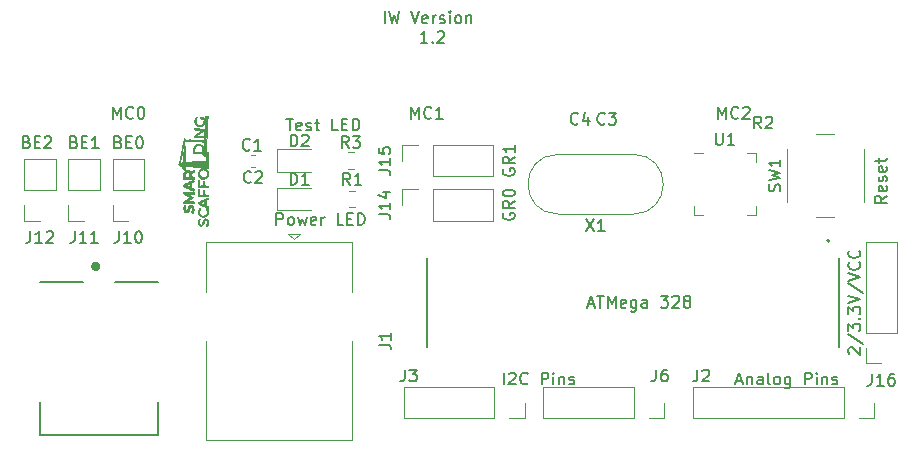
<source format=gbr>
G04 #@! TF.GenerationSoftware,KiCad,Pcbnew,(5.1.5)-3*
G04 #@! TF.CreationDate,2020-01-27T17:01:51-05:00*
G04 #@! TF.ProjectId,IW_board_V1,49575f62-6f61-4726-945f-56312e6b6963,rev?*
G04 #@! TF.SameCoordinates,Original*
G04 #@! TF.FileFunction,Legend,Top*
G04 #@! TF.FilePolarity,Positive*
%FSLAX46Y46*%
G04 Gerber Fmt 4.6, Leading zero omitted, Abs format (unit mm)*
G04 Created by KiCad (PCBNEW (5.1.5)-3) date 2020-01-27 17:01:51*
%MOMM*%
%LPD*%
G04 APERTURE LIST*
%ADD10C,0.150000*%
%ADD11C,0.010000*%
%ADD12C,0.120000*%
%ADD13C,0.400000*%
%ADD14C,0.127000*%
%ADD15C,0.200000*%
G04 APERTURE END LIST*
D10*
X147297619Y-71380952D02*
X147250000Y-71333333D01*
X147202380Y-71238095D01*
X147202380Y-71000000D01*
X147250000Y-70904761D01*
X147297619Y-70857142D01*
X147392857Y-70809523D01*
X147488095Y-70809523D01*
X147630952Y-70857142D01*
X148202380Y-71428571D01*
X148202380Y-70809523D01*
X147154761Y-69666666D02*
X148440476Y-70523809D01*
X147202380Y-69428571D02*
X147202380Y-68809523D01*
X147583333Y-69142857D01*
X147583333Y-69000000D01*
X147630952Y-68904761D01*
X147678571Y-68857142D01*
X147773809Y-68809523D01*
X148011904Y-68809523D01*
X148107142Y-68857142D01*
X148154761Y-68904761D01*
X148202380Y-69000000D01*
X148202380Y-69285714D01*
X148154761Y-69380952D01*
X148107142Y-69428571D01*
X148107142Y-68380952D02*
X148154761Y-68333333D01*
X148202380Y-68380952D01*
X148154761Y-68428571D01*
X148107142Y-68380952D01*
X148202380Y-68380952D01*
X147202380Y-68000000D02*
X147202380Y-67380952D01*
X147583333Y-67714285D01*
X147583333Y-67571428D01*
X147630952Y-67476190D01*
X147678571Y-67428571D01*
X147773809Y-67380952D01*
X148011904Y-67380952D01*
X148107142Y-67428571D01*
X148154761Y-67476190D01*
X148202380Y-67571428D01*
X148202380Y-67857142D01*
X148154761Y-67952380D01*
X148107142Y-68000000D01*
X147202380Y-67095238D02*
X148202380Y-66761904D01*
X147202380Y-66428571D01*
X147154761Y-65380952D02*
X148440476Y-66238095D01*
X147202380Y-65190476D02*
X148202380Y-64857142D01*
X147202380Y-64523809D01*
X148107142Y-63619047D02*
X148154761Y-63666666D01*
X148202380Y-63809523D01*
X148202380Y-63904761D01*
X148154761Y-64047619D01*
X148059523Y-64142857D01*
X147964285Y-64190476D01*
X147773809Y-64238095D01*
X147630952Y-64238095D01*
X147440476Y-64190476D01*
X147345238Y-64142857D01*
X147250000Y-64047619D01*
X147202380Y-63904761D01*
X147202380Y-63809523D01*
X147250000Y-63666666D01*
X147297619Y-63619047D01*
X148107142Y-62619047D02*
X148154761Y-62666666D01*
X148202380Y-62809523D01*
X148202380Y-62904761D01*
X148154761Y-63047619D01*
X148059523Y-63142857D01*
X147964285Y-63190476D01*
X147773809Y-63238095D01*
X147630952Y-63238095D01*
X147440476Y-63190476D01*
X147345238Y-63142857D01*
X147250000Y-63047619D01*
X147202380Y-62904761D01*
X147202380Y-62809523D01*
X147250000Y-62666666D01*
X147297619Y-62619047D01*
X125166666Y-67166666D02*
X125642857Y-67166666D01*
X125071428Y-67452380D02*
X125404761Y-66452380D01*
X125738095Y-67452380D01*
X125928571Y-66452380D02*
X126500000Y-66452380D01*
X126214285Y-67452380D02*
X126214285Y-66452380D01*
X126833333Y-67452380D02*
X126833333Y-66452380D01*
X127166666Y-67166666D01*
X127500000Y-66452380D01*
X127500000Y-67452380D01*
X128357142Y-67404761D02*
X128261904Y-67452380D01*
X128071428Y-67452380D01*
X127976190Y-67404761D01*
X127928571Y-67309523D01*
X127928571Y-66928571D01*
X127976190Y-66833333D01*
X128071428Y-66785714D01*
X128261904Y-66785714D01*
X128357142Y-66833333D01*
X128404761Y-66928571D01*
X128404761Y-67023809D01*
X127928571Y-67119047D01*
X129261904Y-66785714D02*
X129261904Y-67595238D01*
X129214285Y-67690476D01*
X129166666Y-67738095D01*
X129071428Y-67785714D01*
X128928571Y-67785714D01*
X128833333Y-67738095D01*
X129261904Y-67404761D02*
X129166666Y-67452380D01*
X128976190Y-67452380D01*
X128880952Y-67404761D01*
X128833333Y-67357142D01*
X128785714Y-67261904D01*
X128785714Y-66976190D01*
X128833333Y-66880952D01*
X128880952Y-66833333D01*
X128976190Y-66785714D01*
X129166666Y-66785714D01*
X129261904Y-66833333D01*
X130166666Y-67452380D02*
X130166666Y-66928571D01*
X130119047Y-66833333D01*
X130023809Y-66785714D01*
X129833333Y-66785714D01*
X129738095Y-66833333D01*
X130166666Y-67404761D02*
X130071428Y-67452380D01*
X129833333Y-67452380D01*
X129738095Y-67404761D01*
X129690476Y-67309523D01*
X129690476Y-67214285D01*
X129738095Y-67119047D01*
X129833333Y-67071428D01*
X130071428Y-67071428D01*
X130166666Y-67023809D01*
X131309523Y-66452380D02*
X131928571Y-66452380D01*
X131595238Y-66833333D01*
X131738095Y-66833333D01*
X131833333Y-66880952D01*
X131880952Y-66928571D01*
X131928571Y-67023809D01*
X131928571Y-67261904D01*
X131880952Y-67357142D01*
X131833333Y-67404761D01*
X131738095Y-67452380D01*
X131452380Y-67452380D01*
X131357142Y-67404761D01*
X131309523Y-67357142D01*
X132309523Y-66547619D02*
X132357142Y-66500000D01*
X132452380Y-66452380D01*
X132690476Y-66452380D01*
X132785714Y-66500000D01*
X132833333Y-66547619D01*
X132880952Y-66642857D01*
X132880952Y-66738095D01*
X132833333Y-66880952D01*
X132261904Y-67452380D01*
X132880952Y-67452380D01*
X133452380Y-66880952D02*
X133357142Y-66833333D01*
X133309523Y-66785714D01*
X133261904Y-66690476D01*
X133261904Y-66642857D01*
X133309523Y-66547619D01*
X133357142Y-66500000D01*
X133452380Y-66452380D01*
X133642857Y-66452380D01*
X133738095Y-66500000D01*
X133785714Y-66547619D01*
X133833333Y-66642857D01*
X133833333Y-66690476D01*
X133785714Y-66785714D01*
X133738095Y-66833333D01*
X133642857Y-66880952D01*
X133452380Y-66880952D01*
X133357142Y-66928571D01*
X133309523Y-66976190D01*
X133261904Y-67071428D01*
X133261904Y-67261904D01*
X133309523Y-67357142D01*
X133357142Y-67404761D01*
X133452380Y-67452380D01*
X133642857Y-67452380D01*
X133738095Y-67404761D01*
X133785714Y-67357142D01*
X133833333Y-67261904D01*
X133833333Y-67071428D01*
X133785714Y-66976190D01*
X133738095Y-66928571D01*
X133642857Y-66880952D01*
X107952380Y-43377380D02*
X107952380Y-42377380D01*
X108333333Y-42377380D02*
X108571428Y-43377380D01*
X108761904Y-42663095D01*
X108952380Y-43377380D01*
X109190476Y-42377380D01*
X110190476Y-42377380D02*
X110523809Y-43377380D01*
X110857142Y-42377380D01*
X111571428Y-43329761D02*
X111476190Y-43377380D01*
X111285714Y-43377380D01*
X111190476Y-43329761D01*
X111142857Y-43234523D01*
X111142857Y-42853571D01*
X111190476Y-42758333D01*
X111285714Y-42710714D01*
X111476190Y-42710714D01*
X111571428Y-42758333D01*
X111619047Y-42853571D01*
X111619047Y-42948809D01*
X111142857Y-43044047D01*
X112047619Y-43377380D02*
X112047619Y-42710714D01*
X112047619Y-42901190D02*
X112095238Y-42805952D01*
X112142857Y-42758333D01*
X112238095Y-42710714D01*
X112333333Y-42710714D01*
X112619047Y-43329761D02*
X112714285Y-43377380D01*
X112904761Y-43377380D01*
X113000000Y-43329761D01*
X113047619Y-43234523D01*
X113047619Y-43186904D01*
X113000000Y-43091666D01*
X112904761Y-43044047D01*
X112761904Y-43044047D01*
X112666666Y-42996428D01*
X112619047Y-42901190D01*
X112619047Y-42853571D01*
X112666666Y-42758333D01*
X112761904Y-42710714D01*
X112904761Y-42710714D01*
X113000000Y-42758333D01*
X113476190Y-43377380D02*
X113476190Y-42710714D01*
X113476190Y-42377380D02*
X113428571Y-42425000D01*
X113476190Y-42472619D01*
X113523809Y-42425000D01*
X113476190Y-42377380D01*
X113476190Y-42472619D01*
X114095238Y-43377380D02*
X114000000Y-43329761D01*
X113952380Y-43282142D01*
X113904761Y-43186904D01*
X113904761Y-42901190D01*
X113952380Y-42805952D01*
X114000000Y-42758333D01*
X114095238Y-42710714D01*
X114238095Y-42710714D01*
X114333333Y-42758333D01*
X114380952Y-42805952D01*
X114428571Y-42901190D01*
X114428571Y-43186904D01*
X114380952Y-43282142D01*
X114333333Y-43329761D01*
X114238095Y-43377380D01*
X114095238Y-43377380D01*
X114857142Y-42710714D02*
X114857142Y-43377380D01*
X114857142Y-42805952D02*
X114904761Y-42758333D01*
X115000000Y-42710714D01*
X115142857Y-42710714D01*
X115238095Y-42758333D01*
X115285714Y-42853571D01*
X115285714Y-43377380D01*
X111571428Y-45027380D02*
X111000000Y-45027380D01*
X111285714Y-45027380D02*
X111285714Y-44027380D01*
X111190476Y-44170238D01*
X111095238Y-44265476D01*
X111000000Y-44313095D01*
X112000000Y-44932142D02*
X112047619Y-44979761D01*
X112000000Y-45027380D01*
X111952380Y-44979761D01*
X112000000Y-44932142D01*
X112000000Y-45027380D01*
X112428571Y-44122619D02*
X112476190Y-44075000D01*
X112571428Y-44027380D01*
X112809523Y-44027380D01*
X112904761Y-44075000D01*
X112952380Y-44122619D01*
X113000000Y-44217857D01*
X113000000Y-44313095D01*
X112952380Y-44455952D01*
X112380952Y-45027380D01*
X113000000Y-45027380D01*
X118000000Y-55714285D02*
X117952380Y-55809523D01*
X117952380Y-55952380D01*
X118000000Y-56095238D01*
X118095238Y-56190476D01*
X118190476Y-56238095D01*
X118380952Y-56285714D01*
X118523809Y-56285714D01*
X118714285Y-56238095D01*
X118809523Y-56190476D01*
X118904761Y-56095238D01*
X118952380Y-55952380D01*
X118952380Y-55857142D01*
X118904761Y-55714285D01*
X118857142Y-55666666D01*
X118523809Y-55666666D01*
X118523809Y-55857142D01*
X118952380Y-54666666D02*
X118476190Y-55000000D01*
X118952380Y-55238095D02*
X117952380Y-55238095D01*
X117952380Y-54857142D01*
X118000000Y-54761904D01*
X118047619Y-54714285D01*
X118142857Y-54666666D01*
X118285714Y-54666666D01*
X118380952Y-54714285D01*
X118428571Y-54761904D01*
X118476190Y-54857142D01*
X118476190Y-55238095D01*
X118952380Y-53714285D02*
X118952380Y-54285714D01*
X118952380Y-54000000D02*
X117952380Y-54000000D01*
X118095238Y-54095238D01*
X118190476Y-54190476D01*
X118238095Y-54285714D01*
X118000000Y-59464285D02*
X117952380Y-59559523D01*
X117952380Y-59702380D01*
X118000000Y-59845238D01*
X118095238Y-59940476D01*
X118190476Y-59988095D01*
X118380952Y-60035714D01*
X118523809Y-60035714D01*
X118714285Y-59988095D01*
X118809523Y-59940476D01*
X118904761Y-59845238D01*
X118952380Y-59702380D01*
X118952380Y-59607142D01*
X118904761Y-59464285D01*
X118857142Y-59416666D01*
X118523809Y-59416666D01*
X118523809Y-59607142D01*
X118952380Y-58416666D02*
X118476190Y-58750000D01*
X118952380Y-58988095D02*
X117952380Y-58988095D01*
X117952380Y-58607142D01*
X118000000Y-58511904D01*
X118047619Y-58464285D01*
X118142857Y-58416666D01*
X118285714Y-58416666D01*
X118380952Y-58464285D01*
X118428571Y-58511904D01*
X118476190Y-58607142D01*
X118476190Y-58988095D01*
X117952380Y-57797619D02*
X117952380Y-57702380D01*
X118000000Y-57607142D01*
X118047619Y-57559523D01*
X118142857Y-57511904D01*
X118333333Y-57464285D01*
X118571428Y-57464285D01*
X118761904Y-57511904D01*
X118857142Y-57559523D01*
X118904761Y-57607142D01*
X118952380Y-57702380D01*
X118952380Y-57797619D01*
X118904761Y-57892857D01*
X118857142Y-57940476D01*
X118761904Y-57988095D01*
X118571428Y-58035714D01*
X118333333Y-58035714D01*
X118142857Y-57988095D01*
X118047619Y-57940476D01*
X118000000Y-57892857D01*
X117952380Y-57797619D01*
X150452380Y-57988095D02*
X149976190Y-58321428D01*
X150452380Y-58559523D02*
X149452380Y-58559523D01*
X149452380Y-58178571D01*
X149500000Y-58083333D01*
X149547619Y-58035714D01*
X149642857Y-57988095D01*
X149785714Y-57988095D01*
X149880952Y-58035714D01*
X149928571Y-58083333D01*
X149976190Y-58178571D01*
X149976190Y-58559523D01*
X150404761Y-57178571D02*
X150452380Y-57273809D01*
X150452380Y-57464285D01*
X150404761Y-57559523D01*
X150309523Y-57607142D01*
X149928571Y-57607142D01*
X149833333Y-57559523D01*
X149785714Y-57464285D01*
X149785714Y-57273809D01*
X149833333Y-57178571D01*
X149928571Y-57130952D01*
X150023809Y-57130952D01*
X150119047Y-57607142D01*
X150404761Y-56750000D02*
X150452380Y-56654761D01*
X150452380Y-56464285D01*
X150404761Y-56369047D01*
X150309523Y-56321428D01*
X150261904Y-56321428D01*
X150166666Y-56369047D01*
X150119047Y-56464285D01*
X150119047Y-56607142D01*
X150071428Y-56702380D01*
X149976190Y-56750000D01*
X149928571Y-56750000D01*
X149833333Y-56702380D01*
X149785714Y-56607142D01*
X149785714Y-56464285D01*
X149833333Y-56369047D01*
X150404761Y-55511904D02*
X150452380Y-55607142D01*
X150452380Y-55797619D01*
X150404761Y-55892857D01*
X150309523Y-55940476D01*
X149928571Y-55940476D01*
X149833333Y-55892857D01*
X149785714Y-55797619D01*
X149785714Y-55607142D01*
X149833333Y-55511904D01*
X149928571Y-55464285D01*
X150023809Y-55464285D01*
X150119047Y-55940476D01*
X149785714Y-55178571D02*
X149785714Y-54797619D01*
X149452380Y-55035714D02*
X150309523Y-55035714D01*
X150404761Y-54988095D01*
X150452380Y-54892857D01*
X150452380Y-54797619D01*
X118047619Y-73952380D02*
X118047619Y-72952380D01*
X118476190Y-73047619D02*
X118523809Y-73000000D01*
X118619047Y-72952380D01*
X118857142Y-72952380D01*
X118952380Y-73000000D01*
X119000000Y-73047619D01*
X119047619Y-73142857D01*
X119047619Y-73238095D01*
X119000000Y-73380952D01*
X118428571Y-73952380D01*
X119047619Y-73952380D01*
X120047619Y-73857142D02*
X120000000Y-73904761D01*
X119857142Y-73952380D01*
X119761904Y-73952380D01*
X119619047Y-73904761D01*
X119523809Y-73809523D01*
X119476190Y-73714285D01*
X119428571Y-73523809D01*
X119428571Y-73380952D01*
X119476190Y-73190476D01*
X119523809Y-73095238D01*
X119619047Y-73000000D01*
X119761904Y-72952380D01*
X119857142Y-72952380D01*
X120000000Y-73000000D01*
X120047619Y-73047619D01*
X121238095Y-73952380D02*
X121238095Y-72952380D01*
X121619047Y-72952380D01*
X121714285Y-73000000D01*
X121761904Y-73047619D01*
X121809523Y-73142857D01*
X121809523Y-73285714D01*
X121761904Y-73380952D01*
X121714285Y-73428571D01*
X121619047Y-73476190D01*
X121238095Y-73476190D01*
X122238095Y-73952380D02*
X122238095Y-73285714D01*
X122238095Y-72952380D02*
X122190476Y-73000000D01*
X122238095Y-73047619D01*
X122285714Y-73000000D01*
X122238095Y-72952380D01*
X122238095Y-73047619D01*
X122714285Y-73285714D02*
X122714285Y-73952380D01*
X122714285Y-73380952D02*
X122761904Y-73333333D01*
X122857142Y-73285714D01*
X123000000Y-73285714D01*
X123095238Y-73333333D01*
X123142857Y-73428571D01*
X123142857Y-73952380D01*
X123571428Y-73904761D02*
X123666666Y-73952380D01*
X123857142Y-73952380D01*
X123952380Y-73904761D01*
X124000000Y-73809523D01*
X124000000Y-73761904D01*
X123952380Y-73666666D01*
X123857142Y-73619047D01*
X123714285Y-73619047D01*
X123619047Y-73571428D01*
X123571428Y-73476190D01*
X123571428Y-73428571D01*
X123619047Y-73333333D01*
X123714285Y-73285714D01*
X123857142Y-73285714D01*
X123952380Y-73333333D01*
X137714285Y-73666666D02*
X138190476Y-73666666D01*
X137619047Y-73952380D02*
X137952380Y-72952380D01*
X138285714Y-73952380D01*
X138619047Y-73285714D02*
X138619047Y-73952380D01*
X138619047Y-73380952D02*
X138666666Y-73333333D01*
X138761904Y-73285714D01*
X138904761Y-73285714D01*
X139000000Y-73333333D01*
X139047619Y-73428571D01*
X139047619Y-73952380D01*
X139952380Y-73952380D02*
X139952380Y-73428571D01*
X139904761Y-73333333D01*
X139809523Y-73285714D01*
X139619047Y-73285714D01*
X139523809Y-73333333D01*
X139952380Y-73904761D02*
X139857142Y-73952380D01*
X139619047Y-73952380D01*
X139523809Y-73904761D01*
X139476190Y-73809523D01*
X139476190Y-73714285D01*
X139523809Y-73619047D01*
X139619047Y-73571428D01*
X139857142Y-73571428D01*
X139952380Y-73523809D01*
X140571428Y-73952380D02*
X140476190Y-73904761D01*
X140428571Y-73809523D01*
X140428571Y-72952380D01*
X141095238Y-73952380D02*
X141000000Y-73904761D01*
X140952380Y-73857142D01*
X140904761Y-73761904D01*
X140904761Y-73476190D01*
X140952380Y-73380952D01*
X141000000Y-73333333D01*
X141095238Y-73285714D01*
X141238095Y-73285714D01*
X141333333Y-73333333D01*
X141380952Y-73380952D01*
X141428571Y-73476190D01*
X141428571Y-73761904D01*
X141380952Y-73857142D01*
X141333333Y-73904761D01*
X141238095Y-73952380D01*
X141095238Y-73952380D01*
X142285714Y-73285714D02*
X142285714Y-74095238D01*
X142238095Y-74190476D01*
X142190476Y-74238095D01*
X142095238Y-74285714D01*
X141952380Y-74285714D01*
X141857142Y-74238095D01*
X142285714Y-73904761D02*
X142190476Y-73952380D01*
X142000000Y-73952380D01*
X141904761Y-73904761D01*
X141857142Y-73857142D01*
X141809523Y-73761904D01*
X141809523Y-73476190D01*
X141857142Y-73380952D01*
X141904761Y-73333333D01*
X142000000Y-73285714D01*
X142190476Y-73285714D01*
X142285714Y-73333333D01*
X143523809Y-73952380D02*
X143523809Y-72952380D01*
X143904761Y-72952380D01*
X144000000Y-73000000D01*
X144047619Y-73047619D01*
X144095238Y-73142857D01*
X144095238Y-73285714D01*
X144047619Y-73380952D01*
X144000000Y-73428571D01*
X143904761Y-73476190D01*
X143523809Y-73476190D01*
X144523809Y-73952380D02*
X144523809Y-73285714D01*
X144523809Y-72952380D02*
X144476190Y-73000000D01*
X144523809Y-73047619D01*
X144571428Y-73000000D01*
X144523809Y-72952380D01*
X144523809Y-73047619D01*
X145000000Y-73285714D02*
X145000000Y-73952380D01*
X145000000Y-73380952D02*
X145047619Y-73333333D01*
X145142857Y-73285714D01*
X145285714Y-73285714D01*
X145380952Y-73333333D01*
X145428571Y-73428571D01*
X145428571Y-73952380D01*
X145857142Y-73904761D02*
X145952380Y-73952380D01*
X146142857Y-73952380D01*
X146238095Y-73904761D01*
X146285714Y-73809523D01*
X146285714Y-73761904D01*
X146238095Y-73666666D01*
X146142857Y-73619047D01*
X146000000Y-73619047D01*
X145904761Y-73571428D01*
X145857142Y-73476190D01*
X145857142Y-73428571D01*
X145904761Y-73333333D01*
X146000000Y-73285714D01*
X146142857Y-73285714D01*
X146238095Y-73333333D01*
X136190476Y-51452380D02*
X136190476Y-50452380D01*
X136523809Y-51166666D01*
X136857142Y-50452380D01*
X136857142Y-51452380D01*
X137904761Y-51357142D02*
X137857142Y-51404761D01*
X137714285Y-51452380D01*
X137619047Y-51452380D01*
X137476190Y-51404761D01*
X137380952Y-51309523D01*
X137333333Y-51214285D01*
X137285714Y-51023809D01*
X137285714Y-50880952D01*
X137333333Y-50690476D01*
X137380952Y-50595238D01*
X137476190Y-50500000D01*
X137619047Y-50452380D01*
X137714285Y-50452380D01*
X137857142Y-50500000D01*
X137904761Y-50547619D01*
X138285714Y-50547619D02*
X138333333Y-50500000D01*
X138428571Y-50452380D01*
X138666666Y-50452380D01*
X138761904Y-50500000D01*
X138809523Y-50547619D01*
X138857142Y-50642857D01*
X138857142Y-50738095D01*
X138809523Y-50880952D01*
X138238095Y-51452380D01*
X138857142Y-51452380D01*
X110190476Y-51452380D02*
X110190476Y-50452380D01*
X110523809Y-51166666D01*
X110857142Y-50452380D01*
X110857142Y-51452380D01*
X111904761Y-51357142D02*
X111857142Y-51404761D01*
X111714285Y-51452380D01*
X111619047Y-51452380D01*
X111476190Y-51404761D01*
X111380952Y-51309523D01*
X111333333Y-51214285D01*
X111285714Y-51023809D01*
X111285714Y-50880952D01*
X111333333Y-50690476D01*
X111380952Y-50595238D01*
X111476190Y-50500000D01*
X111619047Y-50452380D01*
X111714285Y-50452380D01*
X111857142Y-50500000D01*
X111904761Y-50547619D01*
X112857142Y-51452380D02*
X112285714Y-51452380D01*
X112571428Y-51452380D02*
X112571428Y-50452380D01*
X112476190Y-50595238D01*
X112380952Y-50690476D01*
X112285714Y-50738095D01*
X84940476Y-51452380D02*
X84940476Y-50452380D01*
X85273809Y-51166666D01*
X85607142Y-50452380D01*
X85607142Y-51452380D01*
X86654761Y-51357142D02*
X86607142Y-51404761D01*
X86464285Y-51452380D01*
X86369047Y-51452380D01*
X86226190Y-51404761D01*
X86130952Y-51309523D01*
X86083333Y-51214285D01*
X86035714Y-51023809D01*
X86035714Y-50880952D01*
X86083333Y-50690476D01*
X86130952Y-50595238D01*
X86226190Y-50500000D01*
X86369047Y-50452380D01*
X86464285Y-50452380D01*
X86607142Y-50500000D01*
X86654761Y-50547619D01*
X87273809Y-50452380D02*
X87369047Y-50452380D01*
X87464285Y-50500000D01*
X87511904Y-50547619D01*
X87559523Y-50642857D01*
X87607142Y-50833333D01*
X87607142Y-51071428D01*
X87559523Y-51261904D01*
X87511904Y-51357142D01*
X87464285Y-51404761D01*
X87369047Y-51452380D01*
X87273809Y-51452380D01*
X87178571Y-51404761D01*
X87130952Y-51357142D01*
X87083333Y-51261904D01*
X87035714Y-51071428D01*
X87035714Y-50833333D01*
X87083333Y-50642857D01*
X87130952Y-50547619D01*
X87178571Y-50500000D01*
X87273809Y-50452380D01*
X99607142Y-51452380D02*
X100178571Y-51452380D01*
X99892857Y-52452380D02*
X99892857Y-51452380D01*
X100892857Y-52404761D02*
X100797619Y-52452380D01*
X100607142Y-52452380D01*
X100511904Y-52404761D01*
X100464285Y-52309523D01*
X100464285Y-51928571D01*
X100511904Y-51833333D01*
X100607142Y-51785714D01*
X100797619Y-51785714D01*
X100892857Y-51833333D01*
X100940476Y-51928571D01*
X100940476Y-52023809D01*
X100464285Y-52119047D01*
X101321428Y-52404761D02*
X101416666Y-52452380D01*
X101607142Y-52452380D01*
X101702380Y-52404761D01*
X101750000Y-52309523D01*
X101750000Y-52261904D01*
X101702380Y-52166666D01*
X101607142Y-52119047D01*
X101464285Y-52119047D01*
X101369047Y-52071428D01*
X101321428Y-51976190D01*
X101321428Y-51928571D01*
X101369047Y-51833333D01*
X101464285Y-51785714D01*
X101607142Y-51785714D01*
X101702380Y-51833333D01*
X102035714Y-51785714D02*
X102416666Y-51785714D01*
X102178571Y-51452380D02*
X102178571Y-52309523D01*
X102226190Y-52404761D01*
X102321428Y-52452380D01*
X102416666Y-52452380D01*
X103988095Y-52452380D02*
X103511904Y-52452380D01*
X103511904Y-51452380D01*
X104321428Y-51928571D02*
X104654761Y-51928571D01*
X104797619Y-52452380D02*
X104321428Y-52452380D01*
X104321428Y-51452380D01*
X104797619Y-51452380D01*
X105226190Y-52452380D02*
X105226190Y-51452380D01*
X105464285Y-51452380D01*
X105607142Y-51500000D01*
X105702380Y-51595238D01*
X105750000Y-51690476D01*
X105797619Y-51880952D01*
X105797619Y-52023809D01*
X105750000Y-52214285D01*
X105702380Y-52309523D01*
X105607142Y-52404761D01*
X105464285Y-52452380D01*
X105226190Y-52452380D01*
X98785714Y-60452380D02*
X98785714Y-59452380D01*
X99166666Y-59452380D01*
X99261904Y-59500000D01*
X99309523Y-59547619D01*
X99357142Y-59642857D01*
X99357142Y-59785714D01*
X99309523Y-59880952D01*
X99261904Y-59928571D01*
X99166666Y-59976190D01*
X98785714Y-59976190D01*
X99928571Y-60452380D02*
X99833333Y-60404761D01*
X99785714Y-60357142D01*
X99738095Y-60261904D01*
X99738095Y-59976190D01*
X99785714Y-59880952D01*
X99833333Y-59833333D01*
X99928571Y-59785714D01*
X100071428Y-59785714D01*
X100166666Y-59833333D01*
X100214285Y-59880952D01*
X100261904Y-59976190D01*
X100261904Y-60261904D01*
X100214285Y-60357142D01*
X100166666Y-60404761D01*
X100071428Y-60452380D01*
X99928571Y-60452380D01*
X100595238Y-59785714D02*
X100785714Y-60452380D01*
X100976190Y-59976190D01*
X101166666Y-60452380D01*
X101357142Y-59785714D01*
X102119047Y-60404761D02*
X102023809Y-60452380D01*
X101833333Y-60452380D01*
X101738095Y-60404761D01*
X101690476Y-60309523D01*
X101690476Y-59928571D01*
X101738095Y-59833333D01*
X101833333Y-59785714D01*
X102023809Y-59785714D01*
X102119047Y-59833333D01*
X102166666Y-59928571D01*
X102166666Y-60023809D01*
X101690476Y-60119047D01*
X102595238Y-60452380D02*
X102595238Y-59785714D01*
X102595238Y-59976190D02*
X102642857Y-59880952D01*
X102690476Y-59833333D01*
X102785714Y-59785714D01*
X102880952Y-59785714D01*
X104452380Y-60452380D02*
X103976190Y-60452380D01*
X103976190Y-59452380D01*
X104785714Y-59928571D02*
X105119047Y-59928571D01*
X105261904Y-60452380D02*
X104785714Y-60452380D01*
X104785714Y-59452380D01*
X105261904Y-59452380D01*
X105690476Y-60452380D02*
X105690476Y-59452380D01*
X105928571Y-59452380D01*
X106071428Y-59500000D01*
X106166666Y-59595238D01*
X106214285Y-59690476D01*
X106261904Y-59880952D01*
X106261904Y-60023809D01*
X106214285Y-60214285D01*
X106166666Y-60309523D01*
X106071428Y-60404761D01*
X105928571Y-60452380D01*
X105690476Y-60452380D01*
X77642857Y-53428571D02*
X77785714Y-53476190D01*
X77833333Y-53523809D01*
X77880952Y-53619047D01*
X77880952Y-53761904D01*
X77833333Y-53857142D01*
X77785714Y-53904761D01*
X77690476Y-53952380D01*
X77309523Y-53952380D01*
X77309523Y-52952380D01*
X77642857Y-52952380D01*
X77738095Y-53000000D01*
X77785714Y-53047619D01*
X77833333Y-53142857D01*
X77833333Y-53238095D01*
X77785714Y-53333333D01*
X77738095Y-53380952D01*
X77642857Y-53428571D01*
X77309523Y-53428571D01*
X78309523Y-53428571D02*
X78642857Y-53428571D01*
X78785714Y-53952380D02*
X78309523Y-53952380D01*
X78309523Y-52952380D01*
X78785714Y-52952380D01*
X79166666Y-53047619D02*
X79214285Y-53000000D01*
X79309523Y-52952380D01*
X79547619Y-52952380D01*
X79642857Y-53000000D01*
X79690476Y-53047619D01*
X79738095Y-53142857D01*
X79738095Y-53238095D01*
X79690476Y-53380952D01*
X79119047Y-53952380D01*
X79738095Y-53952380D01*
X81642857Y-53428571D02*
X81785714Y-53476190D01*
X81833333Y-53523809D01*
X81880952Y-53619047D01*
X81880952Y-53761904D01*
X81833333Y-53857142D01*
X81785714Y-53904761D01*
X81690476Y-53952380D01*
X81309523Y-53952380D01*
X81309523Y-52952380D01*
X81642857Y-52952380D01*
X81738095Y-53000000D01*
X81785714Y-53047619D01*
X81833333Y-53142857D01*
X81833333Y-53238095D01*
X81785714Y-53333333D01*
X81738095Y-53380952D01*
X81642857Y-53428571D01*
X81309523Y-53428571D01*
X82309523Y-53428571D02*
X82642857Y-53428571D01*
X82785714Y-53952380D02*
X82309523Y-53952380D01*
X82309523Y-52952380D01*
X82785714Y-52952380D01*
X83738095Y-53952380D02*
X83166666Y-53952380D01*
X83452380Y-53952380D02*
X83452380Y-52952380D01*
X83357142Y-53095238D01*
X83261904Y-53190476D01*
X83166666Y-53238095D01*
X85392857Y-53428571D02*
X85535714Y-53476190D01*
X85583333Y-53523809D01*
X85630952Y-53619047D01*
X85630952Y-53761904D01*
X85583333Y-53857142D01*
X85535714Y-53904761D01*
X85440476Y-53952380D01*
X85059523Y-53952380D01*
X85059523Y-52952380D01*
X85392857Y-52952380D01*
X85488095Y-53000000D01*
X85535714Y-53047619D01*
X85583333Y-53142857D01*
X85583333Y-53238095D01*
X85535714Y-53333333D01*
X85488095Y-53380952D01*
X85392857Y-53428571D01*
X85059523Y-53428571D01*
X86059523Y-53428571D02*
X86392857Y-53428571D01*
X86535714Y-53952380D02*
X86059523Y-53952380D01*
X86059523Y-52952380D01*
X86535714Y-52952380D01*
X87154761Y-52952380D02*
X87250000Y-52952380D01*
X87345238Y-53000000D01*
X87392857Y-53047619D01*
X87440476Y-53142857D01*
X87488095Y-53333333D01*
X87488095Y-53571428D01*
X87440476Y-53761904D01*
X87392857Y-53857142D01*
X87345238Y-53904761D01*
X87250000Y-53952380D01*
X87154761Y-53952380D01*
X87059523Y-53904761D01*
X87011904Y-53857142D01*
X86964285Y-53761904D01*
X86916666Y-53571428D01*
X86916666Y-53333333D01*
X86964285Y-53142857D01*
X87011904Y-53047619D01*
X87059523Y-53000000D01*
X87154761Y-52952380D01*
D11*
G36*
X90902402Y-56273944D02*
G01*
X90915728Y-56123457D01*
X90937860Y-56004220D01*
X90960968Y-55939253D01*
X91036064Y-55850467D01*
X91137773Y-55802640D01*
X91252311Y-55797306D01*
X91365897Y-55836000D01*
X91433846Y-55886593D01*
X91507179Y-55956850D01*
X91618311Y-55872766D01*
X91686789Y-55823803D01*
X91736965Y-55793093D01*
X91750611Y-55787896D01*
X91764999Y-55812017D01*
X91771669Y-55871828D01*
X91771727Y-55878833D01*
X91764295Y-55938596D01*
X91733876Y-55985352D01*
X91668170Y-56035652D01*
X91643234Y-56051703D01*
X91568421Y-56102615D01*
X91531580Y-56143669D01*
X91521293Y-56192333D01*
X91523340Y-56235147D01*
X91532444Y-56299642D01*
X91556666Y-56330696D01*
X91612952Y-56342947D01*
X91651833Y-56346123D01*
X91727249Y-56354886D01*
X91761900Y-56374545D01*
X91771459Y-56417083D01*
X91771778Y-56437845D01*
X91771778Y-56520889D01*
X91066222Y-56520889D01*
X91066222Y-56351556D01*
X91376667Y-56351556D01*
X91376667Y-56222700D01*
X91370387Y-56131382D01*
X91354641Y-56056663D01*
X91347451Y-56039256D01*
X91298855Y-56000312D01*
X91223107Y-55984161D01*
X91145578Y-55992928D01*
X91100089Y-56018533D01*
X91080828Y-56064521D01*
X91068560Y-56145170D01*
X91066222Y-56201978D01*
X91066222Y-56351556D01*
X91066222Y-56520889D01*
X90889984Y-56520889D01*
X90902402Y-56273944D01*
G37*
X90902402Y-56273944D02*
X90915728Y-56123457D01*
X90937860Y-56004220D01*
X90960968Y-55939253D01*
X91036064Y-55850467D01*
X91137773Y-55802640D01*
X91252311Y-55797306D01*
X91365897Y-55836000D01*
X91433846Y-55886593D01*
X91507179Y-55956850D01*
X91618311Y-55872766D01*
X91686789Y-55823803D01*
X91736965Y-55793093D01*
X91750611Y-55787896D01*
X91764999Y-55812017D01*
X91771669Y-55871828D01*
X91771727Y-55878833D01*
X91764295Y-55938596D01*
X91733876Y-55985352D01*
X91668170Y-56035652D01*
X91643234Y-56051703D01*
X91568421Y-56102615D01*
X91531580Y-56143669D01*
X91521293Y-56192333D01*
X91523340Y-56235147D01*
X91532444Y-56299642D01*
X91556666Y-56330696D01*
X91612952Y-56342947D01*
X91651833Y-56346123D01*
X91727249Y-56354886D01*
X91761900Y-56374545D01*
X91771459Y-56417083D01*
X91771778Y-56437845D01*
X91771778Y-56520889D01*
X91066222Y-56520889D01*
X91066222Y-56351556D01*
X91376667Y-56351556D01*
X91376667Y-56222700D01*
X91370387Y-56131382D01*
X91354641Y-56056663D01*
X91347451Y-56039256D01*
X91298855Y-56000312D01*
X91223107Y-55984161D01*
X91145578Y-55992928D01*
X91100089Y-56018533D01*
X91080828Y-56064521D01*
X91068560Y-56145170D01*
X91066222Y-56201978D01*
X91066222Y-56351556D01*
X91066222Y-56520889D01*
X90889984Y-56520889D01*
X90902402Y-56273944D01*
G36*
X90912510Y-57048261D02*
G01*
X90922097Y-57019028D01*
X90947348Y-56991227D01*
X90995849Y-56959657D01*
X91075186Y-56919115D01*
X91192947Y-56864396D01*
X91306111Y-56813154D01*
X91445359Y-56751238D01*
X91567840Y-56698587D01*
X91663741Y-56659280D01*
X91723248Y-56637395D01*
X91736500Y-56634256D01*
X91762368Y-56658464D01*
X91771778Y-56713217D01*
X91759608Y-56774147D01*
X91713549Y-56818184D01*
X91673000Y-56839761D01*
X91574222Y-56886865D01*
X91574222Y-57285769D01*
X91673000Y-57327041D01*
X91740551Y-57363749D01*
X91768065Y-57409460D01*
X91771778Y-57452601D01*
X91764629Y-57511900D01*
X91747419Y-57536886D01*
X91747216Y-57536889D01*
X91714200Y-57525966D01*
X91639099Y-57495818D01*
X91531306Y-57450374D01*
X91411944Y-57398648D01*
X91411944Y-57198362D01*
X91424681Y-57173066D01*
X91432225Y-57109370D01*
X91433111Y-57073813D01*
X91433111Y-56949404D01*
X91277945Y-57010313D01*
X91195249Y-57045186D01*
X91138939Y-57073544D01*
X91122722Y-57086814D01*
X91146426Y-57103158D01*
X91205121Y-57129631D01*
X91280084Y-57159013D01*
X91352596Y-57184083D01*
X91403935Y-57197621D01*
X91411944Y-57198362D01*
X91411944Y-57398648D01*
X91400213Y-57393564D01*
X91316827Y-57356789D01*
X91164114Y-57288692D01*
X91055505Y-57238377D01*
X90983487Y-57200794D01*
X90940543Y-57170894D01*
X90919157Y-57143626D01*
X90911814Y-57113943D01*
X90911000Y-57084131D01*
X90912510Y-57048261D01*
G37*
X90912510Y-57048261D02*
X90922097Y-57019028D01*
X90947348Y-56991227D01*
X90995849Y-56959657D01*
X91075186Y-56919115D01*
X91192947Y-56864396D01*
X91306111Y-56813154D01*
X91445359Y-56751238D01*
X91567840Y-56698587D01*
X91663741Y-56659280D01*
X91723248Y-56637395D01*
X91736500Y-56634256D01*
X91762368Y-56658464D01*
X91771778Y-56713217D01*
X91759608Y-56774147D01*
X91713549Y-56818184D01*
X91673000Y-56839761D01*
X91574222Y-56886865D01*
X91574222Y-57285769D01*
X91673000Y-57327041D01*
X91740551Y-57363749D01*
X91768065Y-57409460D01*
X91771778Y-57452601D01*
X91764629Y-57511900D01*
X91747419Y-57536886D01*
X91747216Y-57536889D01*
X91714200Y-57525966D01*
X91639099Y-57495818D01*
X91531306Y-57450374D01*
X91411944Y-57398648D01*
X91411944Y-57198362D01*
X91424681Y-57173066D01*
X91432225Y-57109370D01*
X91433111Y-57073813D01*
X91433111Y-56949404D01*
X91277945Y-57010313D01*
X91195249Y-57045186D01*
X91138939Y-57073544D01*
X91122722Y-57086814D01*
X91146426Y-57103158D01*
X91205121Y-57129631D01*
X91280084Y-57159013D01*
X91352596Y-57184083D01*
X91403935Y-57197621D01*
X91411944Y-57198362D01*
X91411944Y-57398648D01*
X91400213Y-57393564D01*
X91316827Y-57356789D01*
X91164114Y-57288692D01*
X91055505Y-57238377D01*
X90983487Y-57200794D01*
X90940543Y-57170894D01*
X90919157Y-57143626D01*
X90911814Y-57113943D01*
X90911000Y-57084131D01*
X90912510Y-57048261D01*
G36*
X90907745Y-58476647D02*
G01*
X90945829Y-58433762D01*
X91019409Y-58379881D01*
X91115611Y-58320162D01*
X91252797Y-58238903D01*
X91344548Y-58180952D01*
X91392097Y-58137867D01*
X91396678Y-58101206D01*
X91359523Y-58062528D01*
X91281867Y-58013390D01*
X91169933Y-57948292D01*
X91047433Y-57874245D01*
X90966940Y-57819675D01*
X90920463Y-57777861D01*
X90900011Y-57742083D01*
X90896889Y-57718687D01*
X90896889Y-57649778D01*
X91771778Y-57649778D01*
X91771778Y-57819111D01*
X91510722Y-57819541D01*
X91249667Y-57819972D01*
X91468389Y-57949447D01*
X91565418Y-58010872D01*
X91640363Y-58065902D01*
X91682112Y-58106024D01*
X91687111Y-58117090D01*
X91664315Y-58148069D01*
X91603595Y-58197335D01*
X91516458Y-58255919D01*
X91482695Y-58276462D01*
X91278279Y-58397667D01*
X91517973Y-58411778D01*
X91634123Y-58419337D01*
X91705491Y-58428097D01*
X91743655Y-58442328D01*
X91760194Y-58466303D01*
X91766597Y-58503500D01*
X91775527Y-58581111D01*
X90896889Y-58581111D01*
X90896889Y-58515938D01*
X90907745Y-58476647D01*
G37*
X90907745Y-58476647D02*
X90945829Y-58433762D01*
X91019409Y-58379881D01*
X91115611Y-58320162D01*
X91252797Y-58238903D01*
X91344548Y-58180952D01*
X91392097Y-58137867D01*
X91396678Y-58101206D01*
X91359523Y-58062528D01*
X91281867Y-58013390D01*
X91169933Y-57948292D01*
X91047433Y-57874245D01*
X90966940Y-57819675D01*
X90920463Y-57777861D01*
X90900011Y-57742083D01*
X90896889Y-57718687D01*
X90896889Y-57649778D01*
X91771778Y-57649778D01*
X91771778Y-57819111D01*
X91510722Y-57819541D01*
X91249667Y-57819972D01*
X91468389Y-57949447D01*
X91565418Y-58010872D01*
X91640363Y-58065902D01*
X91682112Y-58106024D01*
X91687111Y-58117090D01*
X91664315Y-58148069D01*
X91603595Y-58197335D01*
X91516458Y-58255919D01*
X91482695Y-58276462D01*
X91278279Y-58397667D01*
X91517973Y-58411778D01*
X91634123Y-58419337D01*
X91705491Y-58428097D01*
X91743655Y-58442328D01*
X91760194Y-58466303D01*
X91766597Y-58503500D01*
X91775527Y-58581111D01*
X90896889Y-58581111D01*
X90896889Y-58515938D01*
X90907745Y-58476647D01*
G36*
X90915961Y-58893189D02*
G01*
X90948942Y-58820840D01*
X90996625Y-58785181D01*
X91020128Y-58784191D01*
X91053173Y-58792978D01*
X91070279Y-58815295D01*
X91073033Y-58862852D01*
X91063022Y-58947359D01*
X91051890Y-59018556D01*
X91048028Y-59118815D01*
X91076531Y-59187889D01*
X91126425Y-59225022D01*
X91176330Y-59206980D01*
X91224858Y-59135015D01*
X91269666Y-59013639D01*
X91321481Y-58877126D01*
X91384710Y-58790412D01*
X91465516Y-58747092D01*
X91533920Y-58739156D01*
X91632529Y-58754648D01*
X91700800Y-58805054D01*
X91742865Y-58896270D01*
X91762857Y-59034191D01*
X91764582Y-59068193D01*
X91763719Y-59209200D01*
X91747153Y-59307097D01*
X91728939Y-59350167D01*
X91692751Y-59408096D01*
X91661950Y-59424184D01*
X91615633Y-59406539D01*
X91602105Y-59399374D01*
X91569262Y-59375741D01*
X91564867Y-59342640D01*
X91586986Y-59280159D01*
X91589849Y-59273280D01*
X91623310Y-59161631D01*
X91630767Y-59059847D01*
X91614220Y-58979295D01*
X91575667Y-58931341D01*
X91528507Y-58924416D01*
X91486649Y-58955745D01*
X91443140Y-59036438D01*
X91414300Y-59112868D01*
X91363034Y-59245989D01*
X91313253Y-59331812D01*
X91256811Y-59378658D01*
X91185562Y-59394845D01*
X91139159Y-59393849D01*
X91054108Y-59377826D01*
X90995304Y-59334717D01*
X90961310Y-59289549D01*
X90920356Y-59200408D01*
X90900155Y-59095970D01*
X90899194Y-58989232D01*
X90915961Y-58893189D01*
G37*
X90915961Y-58893189D02*
X90948942Y-58820840D01*
X90996625Y-58785181D01*
X91020128Y-58784191D01*
X91053173Y-58792978D01*
X91070279Y-58815295D01*
X91073033Y-58862852D01*
X91063022Y-58947359D01*
X91051890Y-59018556D01*
X91048028Y-59118815D01*
X91076531Y-59187889D01*
X91126425Y-59225022D01*
X91176330Y-59206980D01*
X91224858Y-59135015D01*
X91269666Y-59013639D01*
X91321481Y-58877126D01*
X91384710Y-58790412D01*
X91465516Y-58747092D01*
X91533920Y-58739156D01*
X91632529Y-58754648D01*
X91700800Y-58805054D01*
X91742865Y-58896270D01*
X91762857Y-59034191D01*
X91764582Y-59068193D01*
X91763719Y-59209200D01*
X91747153Y-59307097D01*
X91728939Y-59350167D01*
X91692751Y-59408096D01*
X91661950Y-59424184D01*
X91615633Y-59406539D01*
X91602105Y-59399374D01*
X91569262Y-59375741D01*
X91564867Y-59342640D01*
X91586986Y-59280159D01*
X91589849Y-59273280D01*
X91623310Y-59161631D01*
X91630767Y-59059847D01*
X91614220Y-58979295D01*
X91575667Y-58931341D01*
X91528507Y-58924416D01*
X91486649Y-58955745D01*
X91443140Y-59036438D01*
X91414300Y-59112868D01*
X91363034Y-59245989D01*
X91313253Y-59331812D01*
X91256811Y-59378658D01*
X91185562Y-59394845D01*
X91139159Y-59393849D01*
X91054108Y-59377826D01*
X90995304Y-59334717D01*
X90961310Y-59289549D01*
X90920356Y-59200408D01*
X90900155Y-59095970D01*
X90899194Y-58989232D01*
X90915961Y-58893189D01*
G36*
X91859764Y-51515428D02*
G01*
X91893506Y-51423983D01*
X91935384Y-51356251D01*
X91979467Y-51328086D01*
X91981857Y-51328000D01*
X92019500Y-51346729D01*
X92015234Y-51402183D01*
X91983444Y-51469111D01*
X91940506Y-51592436D01*
X91945355Y-51713470D01*
X91990406Y-51822793D01*
X92068076Y-51910985D01*
X92170781Y-51968625D01*
X92290938Y-51986295D01*
X92385477Y-51968488D01*
X92499359Y-51902603D01*
X92576032Y-51795979D01*
X92609570Y-51675347D01*
X92613088Y-51560286D01*
X92582906Y-51487369D01*
X92513597Y-51449891D01*
X92419896Y-51440889D01*
X92335621Y-51437874D01*
X92293732Y-51425095D01*
X92280325Y-51396951D01*
X92279778Y-51384444D01*
X92285982Y-51352866D01*
X92313217Y-51335832D01*
X92374415Y-51329014D01*
X92448386Y-51328000D01*
X92543824Y-51330121D01*
X92599915Y-51340959D01*
X92633720Y-51367225D01*
X92660053Y-51411265D01*
X92693035Y-51517931D01*
X92702332Y-51647453D01*
X92688444Y-51775127D01*
X92651870Y-51876250D01*
X92650602Y-51878333D01*
X92571437Y-51984773D01*
X92484439Y-52047538D01*
X92370466Y-52078254D01*
X92311467Y-52084285D01*
X92145245Y-52075066D01*
X92013513Y-52021190D01*
X91916825Y-51923099D01*
X91855731Y-51781235D01*
X91840415Y-51706044D01*
X91840090Y-51614732D01*
X91859764Y-51515428D01*
G37*
X91859764Y-51515428D02*
X91893506Y-51423983D01*
X91935384Y-51356251D01*
X91979467Y-51328086D01*
X91981857Y-51328000D01*
X92019500Y-51346729D01*
X92015234Y-51402183D01*
X91983444Y-51469111D01*
X91940506Y-51592436D01*
X91945355Y-51713470D01*
X91990406Y-51822793D01*
X92068076Y-51910985D01*
X92170781Y-51968625D01*
X92290938Y-51986295D01*
X92385477Y-51968488D01*
X92499359Y-51902603D01*
X92576032Y-51795979D01*
X92609570Y-51675347D01*
X92613088Y-51560286D01*
X92582906Y-51487369D01*
X92513597Y-51449891D01*
X92419896Y-51440889D01*
X92335621Y-51437874D01*
X92293732Y-51425095D01*
X92280325Y-51396951D01*
X92279778Y-51384444D01*
X92285982Y-51352866D01*
X92313217Y-51335832D01*
X92374415Y-51329014D01*
X92448386Y-51328000D01*
X92543824Y-51330121D01*
X92599915Y-51340959D01*
X92633720Y-51367225D01*
X92660053Y-51411265D01*
X92693035Y-51517931D01*
X92702332Y-51647453D01*
X92688444Y-51775127D01*
X92651870Y-51876250D01*
X92650602Y-51878333D01*
X92571437Y-51984773D01*
X92484439Y-52047538D01*
X92370466Y-52078254D01*
X92311467Y-52084285D01*
X92145245Y-52075066D01*
X92013513Y-52021190D01*
X91916825Y-51923099D01*
X91855731Y-51781235D01*
X91840415Y-51706044D01*
X91840090Y-51614732D01*
X91859764Y-51515428D01*
G36*
X90497199Y-55217211D02*
G01*
X90517508Y-55191695D01*
X90539138Y-55139865D01*
X90563630Y-55055798D01*
X90592521Y-54933568D01*
X90627350Y-54767251D01*
X90668024Y-54559444D01*
X90707760Y-54353286D01*
X90748945Y-54141779D01*
X90788702Y-53939546D01*
X90824153Y-53761210D01*
X90852423Y-53621394D01*
X90856047Y-53603769D01*
X90883496Y-53461622D01*
X90905775Y-53328941D01*
X90920442Y-53221459D01*
X90925111Y-53159269D01*
X90932515Y-53081975D01*
X90956884Y-53051048D01*
X90967444Y-53049556D01*
X91000596Y-53074008D01*
X91009778Y-53136834D01*
X91009778Y-53224111D01*
X91327278Y-53217362D01*
X91459260Y-53216320D01*
X91573097Y-53218678D01*
X91655297Y-53223957D01*
X91689956Y-53230266D01*
X91742685Y-53244347D01*
X91760511Y-53243885D01*
X91805093Y-53245617D01*
X91856444Y-53255623D01*
X91911101Y-53263048D01*
X92008668Y-53270331D01*
X92135617Y-53276661D01*
X92278417Y-53281227D01*
X92286840Y-53281419D01*
X92646680Y-53289444D01*
X92646673Y-53155389D01*
X92646667Y-53021333D01*
X92476792Y-53021196D01*
X92476792Y-52918031D01*
X92571149Y-52915726D01*
X92628196Y-52898382D01*
X92657482Y-52857556D01*
X92668561Y-52784806D01*
X92670983Y-52671691D01*
X92671615Y-52616725D01*
X92674889Y-52395561D01*
X92554944Y-52484381D01*
X92474067Y-52543709D01*
X92367451Y-52621170D01*
X92255294Y-52702101D01*
X92230850Y-52719655D01*
X92140026Y-52786814D01*
X92069867Y-52842501D01*
X92030848Y-52878225D01*
X92026239Y-52885517D01*
X92052364Y-52894070D01*
X92123547Y-52902405D01*
X92228410Y-52909484D01*
X92335571Y-52913739D01*
X92476792Y-52918031D01*
X92476792Y-53021196D01*
X92399722Y-53021133D01*
X92256543Y-53018811D01*
X92106668Y-53012869D01*
X91979669Y-53004522D01*
X91965899Y-53003279D01*
X91864716Y-52991336D01*
X91809589Y-52977121D01*
X91790146Y-52956872D01*
X91791371Y-52939979D01*
X91817692Y-52907725D01*
X91881603Y-52850196D01*
X91974509Y-52774566D01*
X92087815Y-52688010D01*
X92133472Y-52654444D01*
X92463222Y-52414556D01*
X92161095Y-52395834D01*
X92010186Y-52385307D01*
X91907818Y-52374337D01*
X91846113Y-52360783D01*
X91817195Y-52342509D01*
X91813185Y-52317375D01*
X91817658Y-52302599D01*
X91841000Y-52280966D01*
X91896459Y-52271646D01*
X91994738Y-52273171D01*
X92021037Y-52274682D01*
X92144111Y-52282061D01*
X92293347Y-52290639D01*
X92438538Y-52298685D01*
X92452629Y-52299445D01*
X92696036Y-52312531D01*
X92714927Y-51827321D01*
X92723133Y-51621613D01*
X92730684Y-51465473D01*
X92739163Y-51352066D01*
X92750156Y-51274562D01*
X92765246Y-51226127D01*
X92786017Y-51199927D01*
X92814054Y-51189132D01*
X92850940Y-51186907D01*
X92863417Y-51186889D01*
X92962795Y-51186889D01*
X92945089Y-51532611D01*
X92939755Y-51638697D01*
X92932148Y-51792683D01*
X92922682Y-51986086D01*
X92911769Y-52210425D01*
X92899822Y-52457218D01*
X92887253Y-52717985D01*
X92874473Y-52984244D01*
X92872022Y-53035444D01*
X92859459Y-53293864D01*
X92847033Y-53541656D01*
X92835137Y-53771567D01*
X92824161Y-53976339D01*
X92814498Y-54148718D01*
X92806538Y-54281446D01*
X92800672Y-54367268D01*
X92799355Y-54383056D01*
X92782049Y-54573556D01*
X92686136Y-54573556D01*
X92621036Y-54568466D01*
X92594841Y-54543011D01*
X92590222Y-54488889D01*
X92587240Y-54439580D01*
X92568818Y-54414057D01*
X92520745Y-54403881D01*
X92505555Y-54403307D01*
X92505555Y-54299616D01*
X92505555Y-54110629D01*
X92498772Y-53988553D01*
X92480642Y-53886846D01*
X92464465Y-53842182D01*
X92399982Y-53767212D01*
X92302497Y-53706474D01*
X92195445Y-53673173D01*
X92159742Y-53670444D01*
X92065881Y-53694192D01*
X91971075Y-53755337D01*
X91895000Y-53838739D01*
X91865093Y-53897200D01*
X91843599Y-53988451D01*
X91830999Y-54097054D01*
X91829815Y-54129056D01*
X91828222Y-54263111D01*
X91950964Y-54263111D01*
X92041974Y-54265595D01*
X92163114Y-54272111D01*
X92288328Y-54281254D01*
X92289631Y-54281363D01*
X92505555Y-54299616D01*
X92505555Y-54403307D01*
X92442055Y-54400907D01*
X92346832Y-54397572D01*
X92217168Y-54391445D01*
X92074933Y-54383604D01*
X92011667Y-54379741D01*
X91729444Y-54361889D01*
X91739774Y-54122000D01*
X91751657Y-53966515D01*
X91774935Y-53852725D01*
X91814456Y-53766265D01*
X91875062Y-53692767D01*
X91889041Y-53679380D01*
X92013532Y-53597589D01*
X92149452Y-53566401D01*
X92287616Y-53583872D01*
X92418840Y-53648059D01*
X92533939Y-53757019D01*
X92581507Y-53825894D01*
X92597799Y-53844508D01*
X92608166Y-53829716D01*
X92613954Y-53774409D01*
X92616507Y-53671476D01*
X92616785Y-53639312D01*
X92618444Y-53396513D01*
X92205563Y-53381058D01*
X92028137Y-53372799D01*
X91901388Y-53362878D01*
X91819557Y-53350590D01*
X91776886Y-53335232D01*
X91769294Y-53327760D01*
X91741609Y-53304616D01*
X91710864Y-53324958D01*
X91666668Y-53342460D01*
X91573470Y-53353834D01*
X91428382Y-53359352D01*
X91338350Y-53360000D01*
X91000879Y-53360000D01*
X91019611Y-54044389D01*
X91025699Y-54246938D01*
X91032536Y-54441073D01*
X91039675Y-54616257D01*
X91046668Y-54761949D01*
X91053066Y-54867611D01*
X91056203Y-54905167D01*
X91074062Y-55081556D01*
X91394697Y-55081556D01*
X91537914Y-55079176D01*
X91643148Y-55072443D01*
X91703477Y-55061967D01*
X91715333Y-55053333D01*
X91742989Y-55042952D01*
X91823767Y-55034789D01*
X91954381Y-55029007D01*
X92131547Y-55025772D01*
X92278958Y-55025111D01*
X92842584Y-55025111D01*
X92850458Y-54651167D01*
X92858333Y-54277222D01*
X93013555Y-54259362D01*
X93013555Y-55617778D01*
X92944665Y-55617778D01*
X92884908Y-55607372D01*
X92858333Y-55589556D01*
X92825407Y-55579830D01*
X92825407Y-55297926D01*
X92842185Y-55294052D01*
X92844222Y-55279111D01*
X92833896Y-55255881D01*
X92825407Y-55260296D01*
X92822030Y-55293790D01*
X92825407Y-55297926D01*
X92825407Y-55579830D01*
X92824246Y-55579487D01*
X92739105Y-55571374D01*
X92714870Y-55570284D01*
X92714870Y-55389772D01*
X92751475Y-55384583D01*
X92751912Y-55374949D01*
X92723107Y-55369812D01*
X92723107Y-55211185D01*
X92733283Y-55207350D01*
X92758308Y-55180106D01*
X92729806Y-55166774D01*
X92715556Y-55166222D01*
X92686489Y-55180108D01*
X92689284Y-55194905D01*
X92723107Y-55211185D01*
X92723107Y-55369812D01*
X92714140Y-55368212D01*
X92697819Y-55372721D01*
X92687129Y-55385253D01*
X92714870Y-55389772D01*
X92714870Y-55570284D01*
X92608279Y-55565486D01*
X92599629Y-55565315D01*
X92599629Y-55297926D01*
X92616408Y-55294052D01*
X92618444Y-55279111D01*
X92608118Y-55255881D01*
X92599629Y-55260296D01*
X92596252Y-55293790D01*
X92599629Y-55297926D01*
X92599629Y-55565315D01*
X92449111Y-55562326D01*
X92449111Y-55321444D01*
X92473272Y-55315047D01*
X92477333Y-55294888D01*
X92462598Y-55256274D01*
X92449111Y-55250889D01*
X92421697Y-55271145D01*
X92420889Y-55277446D01*
X92441403Y-55315668D01*
X92449111Y-55321444D01*
X92449111Y-55562326D01*
X92437134Y-55562088D01*
X92336222Y-55561566D01*
X92336222Y-55392000D01*
X92359452Y-55381674D01*
X92355037Y-55373185D01*
X92347981Y-55372474D01*
X92347981Y-55192216D01*
X92384586Y-55187028D01*
X92385023Y-55177394D01*
X92347251Y-55170656D01*
X92330930Y-55175166D01*
X92320240Y-55187697D01*
X92347981Y-55192216D01*
X92347981Y-55372474D01*
X92321544Y-55369808D01*
X92317407Y-55373185D01*
X92321281Y-55389963D01*
X92336222Y-55392000D01*
X92336222Y-55561566D01*
X92291337Y-55561333D01*
X92232741Y-55561153D01*
X92232741Y-55297926D01*
X92249519Y-55294052D01*
X92251555Y-55279111D01*
X92241229Y-55255881D01*
X92232741Y-55260296D01*
X92229363Y-55293790D01*
X92232741Y-55297926D01*
X92232741Y-55561153D01*
X92097990Y-55560737D01*
X92063407Y-55560222D01*
X92063407Y-55297926D01*
X92080185Y-55294052D01*
X92082222Y-55279111D01*
X92071896Y-55255881D01*
X92063407Y-55260296D01*
X92060030Y-55293790D01*
X92063407Y-55297926D01*
X92063407Y-55560222D01*
X91953942Y-55558590D01*
X91952870Y-55558546D01*
X91952870Y-55389772D01*
X91989475Y-55384583D01*
X91989912Y-55374949D01*
X91952870Y-55368343D01*
X91952870Y-55192216D01*
X91989475Y-55187028D01*
X91989912Y-55177394D01*
X91952140Y-55170656D01*
X91935819Y-55175166D01*
X91925129Y-55187697D01*
X91952870Y-55192216D01*
X91952870Y-55368343D01*
X91952140Y-55368212D01*
X91935819Y-55372721D01*
X91925129Y-55385253D01*
X91952870Y-55389772D01*
X91952870Y-55558546D01*
X91852055Y-55554360D01*
X91837629Y-55552883D01*
X91837629Y-55297926D01*
X91854408Y-55294052D01*
X91856444Y-55279111D01*
X91846118Y-55255881D01*
X91837629Y-55260296D01*
X91834252Y-55293790D01*
X91837629Y-55297926D01*
X91837629Y-55552883D01*
X91785193Y-55547512D01*
X91746220Y-55537513D01*
X91727997Y-55523828D01*
X91725539Y-55519000D01*
X91707888Y-55500049D01*
X91668296Y-55488143D01*
X91668296Y-55297926D01*
X91685074Y-55294052D01*
X91687111Y-55279111D01*
X91676785Y-55255881D01*
X91668296Y-55260296D01*
X91664918Y-55293790D01*
X91668296Y-55297926D01*
X91668296Y-55488143D01*
X91666165Y-55487502D01*
X91591273Y-55480219D01*
X91574222Y-55479760D01*
X91574222Y-55392000D01*
X91597452Y-55381674D01*
X91593037Y-55373185D01*
X91559544Y-55369808D01*
X91557759Y-55371265D01*
X91557759Y-55192216D01*
X91594364Y-55187028D01*
X91594801Y-55177394D01*
X91557028Y-55170656D01*
X91540708Y-55175166D01*
X91530018Y-55187697D01*
X91557759Y-55192216D01*
X91557759Y-55371265D01*
X91555407Y-55373185D01*
X91559281Y-55389963D01*
X91574222Y-55392000D01*
X91574222Y-55479760D01*
X91474117Y-55477059D01*
X91461333Y-55477001D01*
X91461333Y-55307333D01*
X91488735Y-55285857D01*
X91489555Y-55279111D01*
X91468079Y-55251709D01*
X91461333Y-55250889D01*
X91433931Y-55272365D01*
X91433111Y-55279111D01*
X91454587Y-55306513D01*
X91461333Y-55307333D01*
X91461333Y-55477001D01*
X91387758Y-55476667D01*
X91301407Y-55476667D01*
X91301407Y-55297926D01*
X91318185Y-55294052D01*
X91320222Y-55279111D01*
X91309896Y-55255881D01*
X91301407Y-55260296D01*
X91298030Y-55293790D01*
X91301407Y-55297926D01*
X91301407Y-55476667D01*
X91190870Y-55476667D01*
X91190870Y-55389772D01*
X91227475Y-55384583D01*
X91227912Y-55374949D01*
X91199107Y-55369812D01*
X91199107Y-55211185D01*
X91209283Y-55207350D01*
X91234308Y-55180106D01*
X91205806Y-55166774D01*
X91191556Y-55166222D01*
X91162489Y-55180108D01*
X91165284Y-55194905D01*
X91199107Y-55211185D01*
X91199107Y-55369812D01*
X91190140Y-55368212D01*
X91173819Y-55372721D01*
X91163129Y-55385253D01*
X91190870Y-55389772D01*
X91190870Y-55476667D01*
X91075629Y-55476667D01*
X91075629Y-55297926D01*
X91092408Y-55294052D01*
X91094444Y-55279111D01*
X91084118Y-55255881D01*
X91075629Y-55260296D01*
X91072252Y-55293790D01*
X91075629Y-55297926D01*
X91075629Y-55476667D01*
X91066222Y-55476667D01*
X91066222Y-55617778D01*
X91064372Y-55701312D01*
X91052999Y-55742968D01*
X91023366Y-55757304D01*
X90981555Y-55758889D01*
X90919007Y-55748180D01*
X90896889Y-55722728D01*
X90896889Y-55600116D01*
X90896889Y-55527340D01*
X90881319Y-55466880D01*
X90855464Y-55452925D01*
X90855464Y-55342922D01*
X90887771Y-55338429D01*
X90896520Y-55305626D01*
X90896889Y-55276658D01*
X90893300Y-55224524D01*
X90871557Y-55210101D01*
X90815196Y-55224655D01*
X90805167Y-55227987D01*
X90723393Y-55259440D01*
X90695909Y-55283909D01*
X90721744Y-55305910D01*
X90784147Y-55325843D01*
X90855464Y-55342922D01*
X90855464Y-55452925D01*
X90825172Y-55436573D01*
X90823003Y-55436019D01*
X90759748Y-55424879D01*
X90742703Y-55437531D01*
X90771369Y-55477940D01*
X90812516Y-55519282D01*
X90896889Y-55600116D01*
X90896889Y-55722728D01*
X90876788Y-55683639D01*
X90824425Y-55620828D01*
X90751709Y-55545710D01*
X90670551Y-55469704D01*
X90627664Y-55433560D01*
X90627664Y-55194444D01*
X90654851Y-55186199D01*
X90718406Y-55165180D01*
X90763518Y-55149916D01*
X90894203Y-55105387D01*
X90904321Y-54945305D01*
X90907481Y-54868430D01*
X90910453Y-54746387D01*
X90913058Y-54590450D01*
X90915113Y-54411896D01*
X90916438Y-54221998D01*
X90916618Y-54178444D01*
X90916704Y-53977178D01*
X90915227Y-53829724D01*
X90912058Y-53733467D01*
X90907064Y-53685794D01*
X90900116Y-53684089D01*
X90893294Y-53712778D01*
X90880389Y-53783270D01*
X90859112Y-53898451D01*
X90831467Y-54047527D01*
X90799455Y-54219705D01*
X90765078Y-54404191D01*
X90757174Y-54446556D01*
X90714790Y-54674203D01*
X90681957Y-54852074D01*
X90657691Y-54985847D01*
X90641010Y-55081198D01*
X90630930Y-55143805D01*
X90626468Y-55179345D01*
X90626642Y-55193494D01*
X90627664Y-55194444D01*
X90627664Y-55433560D01*
X90592860Y-55404227D01*
X90530545Y-55360696D01*
X90508833Y-55350715D01*
X90455311Y-55316034D01*
X90452803Y-55266571D01*
X90497199Y-55217211D01*
G37*
X90497199Y-55217211D02*
X90517508Y-55191695D01*
X90539138Y-55139865D01*
X90563630Y-55055798D01*
X90592521Y-54933568D01*
X90627350Y-54767251D01*
X90668024Y-54559444D01*
X90707760Y-54353286D01*
X90748945Y-54141779D01*
X90788702Y-53939546D01*
X90824153Y-53761210D01*
X90852423Y-53621394D01*
X90856047Y-53603769D01*
X90883496Y-53461622D01*
X90905775Y-53328941D01*
X90920442Y-53221459D01*
X90925111Y-53159269D01*
X90932515Y-53081975D01*
X90956884Y-53051048D01*
X90967444Y-53049556D01*
X91000596Y-53074008D01*
X91009778Y-53136834D01*
X91009778Y-53224111D01*
X91327278Y-53217362D01*
X91459260Y-53216320D01*
X91573097Y-53218678D01*
X91655297Y-53223957D01*
X91689956Y-53230266D01*
X91742685Y-53244347D01*
X91760511Y-53243885D01*
X91805093Y-53245617D01*
X91856444Y-53255623D01*
X91911101Y-53263048D01*
X92008668Y-53270331D01*
X92135617Y-53276661D01*
X92278417Y-53281227D01*
X92286840Y-53281419D01*
X92646680Y-53289444D01*
X92646673Y-53155389D01*
X92646667Y-53021333D01*
X92476792Y-53021196D01*
X92476792Y-52918031D01*
X92571149Y-52915726D01*
X92628196Y-52898382D01*
X92657482Y-52857556D01*
X92668561Y-52784806D01*
X92670983Y-52671691D01*
X92671615Y-52616725D01*
X92674889Y-52395561D01*
X92554944Y-52484381D01*
X92474067Y-52543709D01*
X92367451Y-52621170D01*
X92255294Y-52702101D01*
X92230850Y-52719655D01*
X92140026Y-52786814D01*
X92069867Y-52842501D01*
X92030848Y-52878225D01*
X92026239Y-52885517D01*
X92052364Y-52894070D01*
X92123547Y-52902405D01*
X92228410Y-52909484D01*
X92335571Y-52913739D01*
X92476792Y-52918031D01*
X92476792Y-53021196D01*
X92399722Y-53021133D01*
X92256543Y-53018811D01*
X92106668Y-53012869D01*
X91979669Y-53004522D01*
X91965899Y-53003279D01*
X91864716Y-52991336D01*
X91809589Y-52977121D01*
X91790146Y-52956872D01*
X91791371Y-52939979D01*
X91817692Y-52907725D01*
X91881603Y-52850196D01*
X91974509Y-52774566D01*
X92087815Y-52688010D01*
X92133472Y-52654444D01*
X92463222Y-52414556D01*
X92161095Y-52395834D01*
X92010186Y-52385307D01*
X91907818Y-52374337D01*
X91846113Y-52360783D01*
X91817195Y-52342509D01*
X91813185Y-52317375D01*
X91817658Y-52302599D01*
X91841000Y-52280966D01*
X91896459Y-52271646D01*
X91994738Y-52273171D01*
X92021037Y-52274682D01*
X92144111Y-52282061D01*
X92293347Y-52290639D01*
X92438538Y-52298685D01*
X92452629Y-52299445D01*
X92696036Y-52312531D01*
X92714927Y-51827321D01*
X92723133Y-51621613D01*
X92730684Y-51465473D01*
X92739163Y-51352066D01*
X92750156Y-51274562D01*
X92765246Y-51226127D01*
X92786017Y-51199927D01*
X92814054Y-51189132D01*
X92850940Y-51186907D01*
X92863417Y-51186889D01*
X92962795Y-51186889D01*
X92945089Y-51532611D01*
X92939755Y-51638697D01*
X92932148Y-51792683D01*
X92922682Y-51986086D01*
X92911769Y-52210425D01*
X92899822Y-52457218D01*
X92887253Y-52717985D01*
X92874473Y-52984244D01*
X92872022Y-53035444D01*
X92859459Y-53293864D01*
X92847033Y-53541656D01*
X92835137Y-53771567D01*
X92824161Y-53976339D01*
X92814498Y-54148718D01*
X92806538Y-54281446D01*
X92800672Y-54367268D01*
X92799355Y-54383056D01*
X92782049Y-54573556D01*
X92686136Y-54573556D01*
X92621036Y-54568466D01*
X92594841Y-54543011D01*
X92590222Y-54488889D01*
X92587240Y-54439580D01*
X92568818Y-54414057D01*
X92520745Y-54403881D01*
X92505555Y-54403307D01*
X92505555Y-54299616D01*
X92505555Y-54110629D01*
X92498772Y-53988553D01*
X92480642Y-53886846D01*
X92464465Y-53842182D01*
X92399982Y-53767212D01*
X92302497Y-53706474D01*
X92195445Y-53673173D01*
X92159742Y-53670444D01*
X92065881Y-53694192D01*
X91971075Y-53755337D01*
X91895000Y-53838739D01*
X91865093Y-53897200D01*
X91843599Y-53988451D01*
X91830999Y-54097054D01*
X91829815Y-54129056D01*
X91828222Y-54263111D01*
X91950964Y-54263111D01*
X92041974Y-54265595D01*
X92163114Y-54272111D01*
X92288328Y-54281254D01*
X92289631Y-54281363D01*
X92505555Y-54299616D01*
X92505555Y-54403307D01*
X92442055Y-54400907D01*
X92346832Y-54397572D01*
X92217168Y-54391445D01*
X92074933Y-54383604D01*
X92011667Y-54379741D01*
X91729444Y-54361889D01*
X91739774Y-54122000D01*
X91751657Y-53966515D01*
X91774935Y-53852725D01*
X91814456Y-53766265D01*
X91875062Y-53692767D01*
X91889041Y-53679380D01*
X92013532Y-53597589D01*
X92149452Y-53566401D01*
X92287616Y-53583872D01*
X92418840Y-53648059D01*
X92533939Y-53757019D01*
X92581507Y-53825894D01*
X92597799Y-53844508D01*
X92608166Y-53829716D01*
X92613954Y-53774409D01*
X92616507Y-53671476D01*
X92616785Y-53639312D01*
X92618444Y-53396513D01*
X92205563Y-53381058D01*
X92028137Y-53372799D01*
X91901388Y-53362878D01*
X91819557Y-53350590D01*
X91776886Y-53335232D01*
X91769294Y-53327760D01*
X91741609Y-53304616D01*
X91710864Y-53324958D01*
X91666668Y-53342460D01*
X91573470Y-53353834D01*
X91428382Y-53359352D01*
X91338350Y-53360000D01*
X91000879Y-53360000D01*
X91019611Y-54044389D01*
X91025699Y-54246938D01*
X91032536Y-54441073D01*
X91039675Y-54616257D01*
X91046668Y-54761949D01*
X91053066Y-54867611D01*
X91056203Y-54905167D01*
X91074062Y-55081556D01*
X91394697Y-55081556D01*
X91537914Y-55079176D01*
X91643148Y-55072443D01*
X91703477Y-55061967D01*
X91715333Y-55053333D01*
X91742989Y-55042952D01*
X91823767Y-55034789D01*
X91954381Y-55029007D01*
X92131547Y-55025772D01*
X92278958Y-55025111D01*
X92842584Y-55025111D01*
X92850458Y-54651167D01*
X92858333Y-54277222D01*
X93013555Y-54259362D01*
X93013555Y-55617778D01*
X92944665Y-55617778D01*
X92884908Y-55607372D01*
X92858333Y-55589556D01*
X92825407Y-55579830D01*
X92825407Y-55297926D01*
X92842185Y-55294052D01*
X92844222Y-55279111D01*
X92833896Y-55255881D01*
X92825407Y-55260296D01*
X92822030Y-55293790D01*
X92825407Y-55297926D01*
X92825407Y-55579830D01*
X92824246Y-55579487D01*
X92739105Y-55571374D01*
X92714870Y-55570284D01*
X92714870Y-55389772D01*
X92751475Y-55384583D01*
X92751912Y-55374949D01*
X92723107Y-55369812D01*
X92723107Y-55211185D01*
X92733283Y-55207350D01*
X92758308Y-55180106D01*
X92729806Y-55166774D01*
X92715556Y-55166222D01*
X92686489Y-55180108D01*
X92689284Y-55194905D01*
X92723107Y-55211185D01*
X92723107Y-55369812D01*
X92714140Y-55368212D01*
X92697819Y-55372721D01*
X92687129Y-55385253D01*
X92714870Y-55389772D01*
X92714870Y-55570284D01*
X92608279Y-55565486D01*
X92599629Y-55565315D01*
X92599629Y-55297926D01*
X92616408Y-55294052D01*
X92618444Y-55279111D01*
X92608118Y-55255881D01*
X92599629Y-55260296D01*
X92596252Y-55293790D01*
X92599629Y-55297926D01*
X92599629Y-55565315D01*
X92449111Y-55562326D01*
X92449111Y-55321444D01*
X92473272Y-55315047D01*
X92477333Y-55294888D01*
X92462598Y-55256274D01*
X92449111Y-55250889D01*
X92421697Y-55271145D01*
X92420889Y-55277446D01*
X92441403Y-55315668D01*
X92449111Y-55321444D01*
X92449111Y-55562326D01*
X92437134Y-55562088D01*
X92336222Y-55561566D01*
X92336222Y-55392000D01*
X92359452Y-55381674D01*
X92355037Y-55373185D01*
X92347981Y-55372474D01*
X92347981Y-55192216D01*
X92384586Y-55187028D01*
X92385023Y-55177394D01*
X92347251Y-55170656D01*
X92330930Y-55175166D01*
X92320240Y-55187697D01*
X92347981Y-55192216D01*
X92347981Y-55372474D01*
X92321544Y-55369808D01*
X92317407Y-55373185D01*
X92321281Y-55389963D01*
X92336222Y-55392000D01*
X92336222Y-55561566D01*
X92291337Y-55561333D01*
X92232741Y-55561153D01*
X92232741Y-55297926D01*
X92249519Y-55294052D01*
X92251555Y-55279111D01*
X92241229Y-55255881D01*
X92232741Y-55260296D01*
X92229363Y-55293790D01*
X92232741Y-55297926D01*
X92232741Y-55561153D01*
X92097990Y-55560737D01*
X92063407Y-55560222D01*
X92063407Y-55297926D01*
X92080185Y-55294052D01*
X92082222Y-55279111D01*
X92071896Y-55255881D01*
X92063407Y-55260296D01*
X92060030Y-55293790D01*
X92063407Y-55297926D01*
X92063407Y-55560222D01*
X91953942Y-55558590D01*
X91952870Y-55558546D01*
X91952870Y-55389772D01*
X91989475Y-55384583D01*
X91989912Y-55374949D01*
X91952870Y-55368343D01*
X91952870Y-55192216D01*
X91989475Y-55187028D01*
X91989912Y-55177394D01*
X91952140Y-55170656D01*
X91935819Y-55175166D01*
X91925129Y-55187697D01*
X91952870Y-55192216D01*
X91952870Y-55368343D01*
X91952140Y-55368212D01*
X91935819Y-55372721D01*
X91925129Y-55385253D01*
X91952870Y-55389772D01*
X91952870Y-55558546D01*
X91852055Y-55554360D01*
X91837629Y-55552883D01*
X91837629Y-55297926D01*
X91854408Y-55294052D01*
X91856444Y-55279111D01*
X91846118Y-55255881D01*
X91837629Y-55260296D01*
X91834252Y-55293790D01*
X91837629Y-55297926D01*
X91837629Y-55552883D01*
X91785193Y-55547512D01*
X91746220Y-55537513D01*
X91727997Y-55523828D01*
X91725539Y-55519000D01*
X91707888Y-55500049D01*
X91668296Y-55488143D01*
X91668296Y-55297926D01*
X91685074Y-55294052D01*
X91687111Y-55279111D01*
X91676785Y-55255881D01*
X91668296Y-55260296D01*
X91664918Y-55293790D01*
X91668296Y-55297926D01*
X91668296Y-55488143D01*
X91666165Y-55487502D01*
X91591273Y-55480219D01*
X91574222Y-55479760D01*
X91574222Y-55392000D01*
X91597452Y-55381674D01*
X91593037Y-55373185D01*
X91559544Y-55369808D01*
X91557759Y-55371265D01*
X91557759Y-55192216D01*
X91594364Y-55187028D01*
X91594801Y-55177394D01*
X91557028Y-55170656D01*
X91540708Y-55175166D01*
X91530018Y-55187697D01*
X91557759Y-55192216D01*
X91557759Y-55371265D01*
X91555407Y-55373185D01*
X91559281Y-55389963D01*
X91574222Y-55392000D01*
X91574222Y-55479760D01*
X91474117Y-55477059D01*
X91461333Y-55477001D01*
X91461333Y-55307333D01*
X91488735Y-55285857D01*
X91489555Y-55279111D01*
X91468079Y-55251709D01*
X91461333Y-55250889D01*
X91433931Y-55272365D01*
X91433111Y-55279111D01*
X91454587Y-55306513D01*
X91461333Y-55307333D01*
X91461333Y-55477001D01*
X91387758Y-55476667D01*
X91301407Y-55476667D01*
X91301407Y-55297926D01*
X91318185Y-55294052D01*
X91320222Y-55279111D01*
X91309896Y-55255881D01*
X91301407Y-55260296D01*
X91298030Y-55293790D01*
X91301407Y-55297926D01*
X91301407Y-55476667D01*
X91190870Y-55476667D01*
X91190870Y-55389772D01*
X91227475Y-55384583D01*
X91227912Y-55374949D01*
X91199107Y-55369812D01*
X91199107Y-55211185D01*
X91209283Y-55207350D01*
X91234308Y-55180106D01*
X91205806Y-55166774D01*
X91191556Y-55166222D01*
X91162489Y-55180108D01*
X91165284Y-55194905D01*
X91199107Y-55211185D01*
X91199107Y-55369812D01*
X91190140Y-55368212D01*
X91173819Y-55372721D01*
X91163129Y-55385253D01*
X91190870Y-55389772D01*
X91190870Y-55476667D01*
X91075629Y-55476667D01*
X91075629Y-55297926D01*
X91092408Y-55294052D01*
X91094444Y-55279111D01*
X91084118Y-55255881D01*
X91075629Y-55260296D01*
X91072252Y-55293790D01*
X91075629Y-55297926D01*
X91075629Y-55476667D01*
X91066222Y-55476667D01*
X91066222Y-55617778D01*
X91064372Y-55701312D01*
X91052999Y-55742968D01*
X91023366Y-55757304D01*
X90981555Y-55758889D01*
X90919007Y-55748180D01*
X90896889Y-55722728D01*
X90896889Y-55600116D01*
X90896889Y-55527340D01*
X90881319Y-55466880D01*
X90855464Y-55452925D01*
X90855464Y-55342922D01*
X90887771Y-55338429D01*
X90896520Y-55305626D01*
X90896889Y-55276658D01*
X90893300Y-55224524D01*
X90871557Y-55210101D01*
X90815196Y-55224655D01*
X90805167Y-55227987D01*
X90723393Y-55259440D01*
X90695909Y-55283909D01*
X90721744Y-55305910D01*
X90784147Y-55325843D01*
X90855464Y-55342922D01*
X90855464Y-55452925D01*
X90825172Y-55436573D01*
X90823003Y-55436019D01*
X90759748Y-55424879D01*
X90742703Y-55437531D01*
X90771369Y-55477940D01*
X90812516Y-55519282D01*
X90896889Y-55600116D01*
X90896889Y-55722728D01*
X90876788Y-55683639D01*
X90824425Y-55620828D01*
X90751709Y-55545710D01*
X90670551Y-55469704D01*
X90627664Y-55433560D01*
X90627664Y-55194444D01*
X90654851Y-55186199D01*
X90718406Y-55165180D01*
X90763518Y-55149916D01*
X90894203Y-55105387D01*
X90904321Y-54945305D01*
X90907481Y-54868430D01*
X90910453Y-54746387D01*
X90913058Y-54590450D01*
X90915113Y-54411896D01*
X90916438Y-54221998D01*
X90916618Y-54178444D01*
X90916704Y-53977178D01*
X90915227Y-53829724D01*
X90912058Y-53733467D01*
X90907064Y-53685794D01*
X90900116Y-53684089D01*
X90893294Y-53712778D01*
X90880389Y-53783270D01*
X90859112Y-53898451D01*
X90831467Y-54047527D01*
X90799455Y-54219705D01*
X90765078Y-54404191D01*
X90757174Y-54446556D01*
X90714790Y-54674203D01*
X90681957Y-54852074D01*
X90657691Y-54985847D01*
X90641010Y-55081198D01*
X90630930Y-55143805D01*
X90626468Y-55179345D01*
X90626642Y-55193494D01*
X90627664Y-55194444D01*
X90627664Y-55433560D01*
X90592860Y-55404227D01*
X90530545Y-55360696D01*
X90508833Y-55350715D01*
X90455311Y-55316034D01*
X90452803Y-55266571D01*
X90497199Y-55217211D01*
G36*
X92154472Y-55931364D02*
G01*
X92186685Y-55865814D01*
X92199694Y-55846151D01*
X92298271Y-55729079D01*
X92404298Y-55661289D01*
X92529616Y-55635787D01*
X92557044Y-55635145D01*
X92714615Y-55658693D01*
X92841267Y-55729447D01*
X92937283Y-55847577D01*
X92950055Y-55871348D01*
X93003797Y-56026964D01*
X93005198Y-56174541D01*
X92969173Y-56281000D01*
X92873094Y-56415995D01*
X92752712Y-56502652D01*
X92614894Y-56537878D01*
X92614894Y-56430113D01*
X92732019Y-56393534D01*
X92822502Y-56317354D01*
X92879901Y-56208745D01*
X92900375Y-56083556D01*
X92880085Y-55957636D01*
X92852256Y-55897312D01*
X92784249Y-55825320D01*
X92683504Y-55769402D01*
X92682929Y-55769181D01*
X92599522Y-55742041D01*
X92536730Y-55739277D01*
X92464650Y-55760088D01*
X92456621Y-55763115D01*
X92341366Y-55833386D01*
X92264448Y-55934707D01*
X92230344Y-56054622D01*
X92243529Y-56180674D01*
X92278635Y-56258463D01*
X92370777Y-56362105D01*
X92486793Y-56420492D01*
X92614894Y-56430113D01*
X92614894Y-56537878D01*
X92612798Y-56538414D01*
X92502321Y-56531150D01*
X92350312Y-56481228D01*
X92241303Y-56395761D01*
X92173211Y-56272312D01*
X92144181Y-56112351D01*
X92141928Y-56005756D01*
X92154472Y-55931364D01*
G37*
X92154472Y-55931364D02*
X92186685Y-55865814D01*
X92199694Y-55846151D01*
X92298271Y-55729079D01*
X92404298Y-55661289D01*
X92529616Y-55635787D01*
X92557044Y-55635145D01*
X92714615Y-55658693D01*
X92841267Y-55729447D01*
X92937283Y-55847577D01*
X92950055Y-55871348D01*
X93003797Y-56026964D01*
X93005198Y-56174541D01*
X92969173Y-56281000D01*
X92873094Y-56415995D01*
X92752712Y-56502652D01*
X92614894Y-56537878D01*
X92614894Y-56430113D01*
X92732019Y-56393534D01*
X92822502Y-56317354D01*
X92879901Y-56208745D01*
X92900375Y-56083556D01*
X92880085Y-55957636D01*
X92852256Y-55897312D01*
X92784249Y-55825320D01*
X92683504Y-55769402D01*
X92682929Y-55769181D01*
X92599522Y-55742041D01*
X92536730Y-55739277D01*
X92464650Y-55760088D01*
X92456621Y-55763115D01*
X92341366Y-55833386D01*
X92264448Y-55934707D01*
X92230344Y-56054622D01*
X92243529Y-56180674D01*
X92278635Y-56258463D01*
X92370777Y-56362105D01*
X92486793Y-56420492D01*
X92614894Y-56430113D01*
X92614894Y-56537878D01*
X92612798Y-56538414D01*
X92502321Y-56531150D01*
X92350312Y-56481228D01*
X92241303Y-56395761D01*
X92173211Y-56272312D01*
X92144181Y-56112351D01*
X92141928Y-56005756D01*
X92154472Y-55931364D01*
G36*
X92139964Y-56794789D02*
G01*
X92144726Y-56706758D01*
X92154252Y-56656907D01*
X92169845Y-56636123D01*
X92181000Y-56633778D01*
X92202111Y-56643983D01*
X92215056Y-56681142D01*
X92221556Y-56755070D01*
X92223333Y-56875075D01*
X92223333Y-57116372D01*
X92547889Y-57099444D01*
X92556181Y-56894833D01*
X92563522Y-56783258D01*
X92575828Y-56718823D01*
X92595330Y-56692291D01*
X92605570Y-56690222D01*
X92627452Y-56702388D01*
X92640257Y-56745446D01*
X92645909Y-56829237D01*
X92646667Y-56900542D01*
X92646667Y-57110862D01*
X92820815Y-57119264D01*
X92935069Y-57131781D01*
X92998383Y-57155250D01*
X93008780Y-57188676D01*
X92995329Y-57207042D01*
X92961654Y-57213862D01*
X92881963Y-57219634D01*
X92766681Y-57223894D01*
X92626233Y-57226182D01*
X92557296Y-57226444D01*
X92138667Y-57226444D01*
X92138667Y-56930111D01*
X92139964Y-56794789D01*
G37*
X92139964Y-56794789D02*
X92144726Y-56706758D01*
X92154252Y-56656907D01*
X92169845Y-56636123D01*
X92181000Y-56633778D01*
X92202111Y-56643983D01*
X92215056Y-56681142D01*
X92221556Y-56755070D01*
X92223333Y-56875075D01*
X92223333Y-57116372D01*
X92547889Y-57099444D01*
X92556181Y-56894833D01*
X92563522Y-56783258D01*
X92575828Y-56718823D01*
X92595330Y-56692291D01*
X92605570Y-56690222D01*
X92627452Y-56702388D01*
X92640257Y-56745446D01*
X92645909Y-56829237D01*
X92646667Y-56900542D01*
X92646667Y-57110862D01*
X92820815Y-57119264D01*
X92935069Y-57131781D01*
X92998383Y-57155250D01*
X93008780Y-57188676D01*
X92995329Y-57207042D01*
X92961654Y-57213862D01*
X92881963Y-57219634D01*
X92766681Y-57223894D01*
X92626233Y-57226182D01*
X92557296Y-57226444D01*
X92138667Y-57226444D01*
X92138667Y-56930111D01*
X92139964Y-56794789D01*
G36*
X92139964Y-57556789D02*
G01*
X92144726Y-57468758D01*
X92154252Y-57418907D01*
X92169845Y-57398123D01*
X92181000Y-57395778D01*
X92202164Y-57406019D01*
X92215118Y-57443300D01*
X92221595Y-57517454D01*
X92223333Y-57635667D01*
X92223333Y-57875556D01*
X92562000Y-57875556D01*
X92562000Y-57663889D01*
X92564217Y-57552241D01*
X92572231Y-57486704D01*
X92588082Y-57457072D01*
X92604333Y-57452222D01*
X92626724Y-57463357D01*
X92639837Y-57503578D01*
X92645732Y-57583110D01*
X92646667Y-57662542D01*
X92646667Y-57872862D01*
X92822772Y-57881264D01*
X92923661Y-57889224D01*
X92980354Y-57903512D01*
X93005044Y-57927925D01*
X93008286Y-57939056D01*
X93007727Y-57957784D01*
X92992472Y-57971096D01*
X92954575Y-57979903D01*
X92886092Y-57985119D01*
X92779079Y-57987654D01*
X92625590Y-57988422D01*
X92578180Y-57988444D01*
X92138667Y-57988444D01*
X92138667Y-57692111D01*
X92139964Y-57556789D01*
G37*
X92139964Y-57556789D02*
X92144726Y-57468758D01*
X92154252Y-57418907D01*
X92169845Y-57398123D01*
X92181000Y-57395778D01*
X92202164Y-57406019D01*
X92215118Y-57443300D01*
X92221595Y-57517454D01*
X92223333Y-57635667D01*
X92223333Y-57875556D01*
X92562000Y-57875556D01*
X92562000Y-57663889D01*
X92564217Y-57552241D01*
X92572231Y-57486704D01*
X92588082Y-57457072D01*
X92604333Y-57452222D01*
X92626724Y-57463357D01*
X92639837Y-57503578D01*
X92645732Y-57583110D01*
X92646667Y-57662542D01*
X92646667Y-57872862D01*
X92822772Y-57881264D01*
X92923661Y-57889224D01*
X92980354Y-57903512D01*
X93005044Y-57927925D01*
X93008286Y-57939056D01*
X93007727Y-57957784D01*
X92992472Y-57971096D01*
X92954575Y-57979903D01*
X92886092Y-57985119D01*
X92779079Y-57987654D01*
X92625590Y-57988422D01*
X92578180Y-57988444D01*
X92138667Y-57988444D01*
X92138667Y-57692111D01*
X92139964Y-57556789D01*
G36*
X92176486Y-58490130D02*
G01*
X92214986Y-58469358D01*
X92326335Y-58417555D01*
X92454291Y-58359392D01*
X92588450Y-58299428D01*
X92718409Y-58242224D01*
X92833766Y-58192338D01*
X92924116Y-58154331D01*
X92979056Y-58132763D01*
X92990281Y-58129556D01*
X93018101Y-58144231D01*
X93007940Y-58180308D01*
X92967371Y-58225859D01*
X92903970Y-58268958D01*
X92900667Y-58270667D01*
X92787778Y-58328258D01*
X92787778Y-58798327D01*
X92900667Y-58842671D01*
X92980658Y-58887092D01*
X93014617Y-58936075D01*
X92998286Y-58982084D01*
X92968810Y-58976120D01*
X92897127Y-58949827D01*
X92792151Y-58906810D01*
X92662792Y-58850676D01*
X92647292Y-58843701D01*
X92647292Y-58722222D01*
X92661759Y-58696569D01*
X92671750Y-58629812D01*
X92674889Y-58550537D01*
X92671642Y-58462392D01*
X92663186Y-58403899D01*
X92652916Y-58388259D01*
X92617003Y-58403569D01*
X92545737Y-58433909D01*
X92469472Y-58466360D01*
X92385300Y-58504700D01*
X92326886Y-58536145D01*
X92308000Y-58552203D01*
X92331158Y-58572352D01*
X92389691Y-58606729D01*
X92467188Y-58647111D01*
X92547236Y-58685275D01*
X92613425Y-58712996D01*
X92647292Y-58722222D01*
X92647292Y-58843701D01*
X92567898Y-58807968D01*
X92390645Y-58724678D01*
X92262791Y-58657921D01*
X92180892Y-58604393D01*
X92141505Y-58560788D01*
X92141184Y-58523802D01*
X92176486Y-58490130D01*
G37*
X92176486Y-58490130D02*
X92214986Y-58469358D01*
X92326335Y-58417555D01*
X92454291Y-58359392D01*
X92588450Y-58299428D01*
X92718409Y-58242224D01*
X92833766Y-58192338D01*
X92924116Y-58154331D01*
X92979056Y-58132763D01*
X92990281Y-58129556D01*
X93018101Y-58144231D01*
X93007940Y-58180308D01*
X92967371Y-58225859D01*
X92903970Y-58268958D01*
X92900667Y-58270667D01*
X92787778Y-58328258D01*
X92787778Y-58798327D01*
X92900667Y-58842671D01*
X92980658Y-58887092D01*
X93014617Y-58936075D01*
X92998286Y-58982084D01*
X92968810Y-58976120D01*
X92897127Y-58949827D01*
X92792151Y-58906810D01*
X92662792Y-58850676D01*
X92647292Y-58843701D01*
X92647292Y-58722222D01*
X92661759Y-58696569D01*
X92671750Y-58629812D01*
X92674889Y-58550537D01*
X92671642Y-58462392D01*
X92663186Y-58403899D01*
X92652916Y-58388259D01*
X92617003Y-58403569D01*
X92545737Y-58433909D01*
X92469472Y-58466360D01*
X92385300Y-58504700D01*
X92326886Y-58536145D01*
X92308000Y-58552203D01*
X92331158Y-58572352D01*
X92389691Y-58606729D01*
X92467188Y-58647111D01*
X92547236Y-58685275D01*
X92613425Y-58712996D01*
X92647292Y-58722222D01*
X92647292Y-58843701D01*
X92567898Y-58807968D01*
X92390645Y-58724678D01*
X92262791Y-58657921D01*
X92180892Y-58604393D01*
X92141505Y-58560788D01*
X92141184Y-58523802D01*
X92176486Y-58490130D01*
G36*
X92147384Y-59250015D02*
G01*
X92167368Y-59148651D01*
X92201439Y-59072320D01*
X92247793Y-59034518D01*
X92261688Y-59032667D01*
X92304891Y-59042469D01*
X92312512Y-59077897D01*
X92285527Y-59147982D01*
X92276174Y-59166734D01*
X92230678Y-59292519D01*
X92234651Y-59404331D01*
X92287680Y-59514915D01*
X92383470Y-59616437D01*
X92493668Y-59670440D01*
X92607975Y-59680157D01*
X92716092Y-59648820D01*
X92807721Y-59579659D01*
X92872562Y-59475907D01*
X92900317Y-59340795D01*
X92900667Y-59322570D01*
X92888661Y-59232583D01*
X92859328Y-59156012D01*
X92855067Y-59149457D01*
X92831808Y-59091661D01*
X92841379Y-59048873D01*
X92876670Y-59036915D01*
X92901087Y-59047038D01*
X92955512Y-59109967D01*
X92991560Y-59209452D01*
X93006559Y-59327833D01*
X92997837Y-59447450D01*
X92973858Y-59527955D01*
X92894784Y-59643878D01*
X92778085Y-59732313D01*
X92640556Y-59780751D01*
X92632754Y-59782001D01*
X92495213Y-59777942D01*
X92361895Y-59731275D01*
X92250393Y-59650451D01*
X92189987Y-59569329D01*
X92156890Y-59473851D01*
X92143290Y-59362914D01*
X92147384Y-59250015D01*
G37*
X92147384Y-59250015D02*
X92167368Y-59148651D01*
X92201439Y-59072320D01*
X92247793Y-59034518D01*
X92261688Y-59032667D01*
X92304891Y-59042469D01*
X92312512Y-59077897D01*
X92285527Y-59147982D01*
X92276174Y-59166734D01*
X92230678Y-59292519D01*
X92234651Y-59404331D01*
X92287680Y-59514915D01*
X92383470Y-59616437D01*
X92493668Y-59670440D01*
X92607975Y-59680157D01*
X92716092Y-59648820D01*
X92807721Y-59579659D01*
X92872562Y-59475907D01*
X92900317Y-59340795D01*
X92900667Y-59322570D01*
X92888661Y-59232583D01*
X92859328Y-59156012D01*
X92855067Y-59149457D01*
X92831808Y-59091661D01*
X92841379Y-59048873D01*
X92876670Y-59036915D01*
X92901087Y-59047038D01*
X92955512Y-59109967D01*
X92991560Y-59209452D01*
X93006559Y-59327833D01*
X92997837Y-59447450D01*
X92973858Y-59527955D01*
X92894784Y-59643878D01*
X92778085Y-59732313D01*
X92640556Y-59780751D01*
X92632754Y-59782001D01*
X92495213Y-59777942D01*
X92361895Y-59731275D01*
X92250393Y-59650451D01*
X92189987Y-59569329D01*
X92156890Y-59473851D01*
X92143290Y-59362914D01*
X92147384Y-59250015D01*
G36*
X92148054Y-60088979D02*
G01*
X92174503Y-59993325D01*
X92215448Y-59942296D01*
X92240037Y-59935778D01*
X92272034Y-59949394D01*
X92267823Y-59998141D01*
X92267487Y-59999278D01*
X92232958Y-60157788D01*
X92235783Y-60277514D01*
X92262681Y-60344404D01*
X92322831Y-60407595D01*
X92382826Y-60415372D01*
X92441327Y-60368753D01*
X92496995Y-60268756D01*
X92544705Y-60129970D01*
X92590247Y-60005167D01*
X92646406Y-59930860D01*
X92721741Y-59901138D01*
X92824809Y-59910090D01*
X92853137Y-59916945D01*
X92929665Y-59963984D01*
X92981941Y-60050815D01*
X93007177Y-60165021D01*
X93002583Y-60294190D01*
X92966749Y-60422611D01*
X92919553Y-60502566D01*
X92869426Y-60528444D01*
X92829678Y-60525879D01*
X92820103Y-60508701D01*
X92839140Y-60462684D01*
X92858159Y-60425837D01*
X92892197Y-60323874D01*
X92900978Y-60211465D01*
X92885305Y-60108860D01*
X92845983Y-60036306D01*
X92842570Y-60033061D01*
X92786681Y-60000199D01*
X92736937Y-60012642D01*
X92689812Y-60073659D01*
X92641782Y-60186523D01*
X92625554Y-60234403D01*
X92562384Y-60386019D01*
X92489510Y-60484059D01*
X92408200Y-60527859D01*
X92319723Y-60516756D01*
X92225348Y-60450086D01*
X92221162Y-60445949D01*
X92168806Y-60383174D01*
X92144523Y-60316609D01*
X92138667Y-60222008D01*
X92148054Y-60088979D01*
G37*
X92148054Y-60088979D02*
X92174503Y-59993325D01*
X92215448Y-59942296D01*
X92240037Y-59935778D01*
X92272034Y-59949394D01*
X92267823Y-59998141D01*
X92267487Y-59999278D01*
X92232958Y-60157788D01*
X92235783Y-60277514D01*
X92262681Y-60344404D01*
X92322831Y-60407595D01*
X92382826Y-60415372D01*
X92441327Y-60368753D01*
X92496995Y-60268756D01*
X92544705Y-60129970D01*
X92590247Y-60005167D01*
X92646406Y-59930860D01*
X92721741Y-59901138D01*
X92824809Y-59910090D01*
X92853137Y-59916945D01*
X92929665Y-59963984D01*
X92981941Y-60050815D01*
X93007177Y-60165021D01*
X93002583Y-60294190D01*
X92966749Y-60422611D01*
X92919553Y-60502566D01*
X92869426Y-60528444D01*
X92829678Y-60525879D01*
X92820103Y-60508701D01*
X92839140Y-60462684D01*
X92858159Y-60425837D01*
X92892197Y-60323874D01*
X92900978Y-60211465D01*
X92885305Y-60108860D01*
X92845983Y-60036306D01*
X92842570Y-60033061D01*
X92786681Y-60000199D01*
X92736937Y-60012642D01*
X92689812Y-60073659D01*
X92641782Y-60186523D01*
X92625554Y-60234403D01*
X92562384Y-60386019D01*
X92489510Y-60484059D01*
X92408200Y-60527859D01*
X92319723Y-60516756D01*
X92225348Y-60450086D01*
X92221162Y-60445949D01*
X92168806Y-60383174D01*
X92144523Y-60316609D01*
X92138667Y-60222008D01*
X92148054Y-60088979D01*
D12*
X96950279Y-55510000D02*
X96624721Y-55510000D01*
X96950279Y-54490000D02*
X96624721Y-54490000D01*
X98865000Y-59210000D02*
X101725000Y-59210000D01*
X98865000Y-57290000D02*
X98865000Y-59210000D01*
X101725000Y-57290000D02*
X98865000Y-57290000D01*
X101725000Y-54040000D02*
X98865000Y-54040000D01*
X98865000Y-54040000D02*
X98865000Y-55960000D01*
X98865000Y-55960000D02*
X101725000Y-55960000D01*
X105160000Y-66160000D02*
X105160000Y-61900000D01*
X105160000Y-61900000D02*
X92840000Y-61900000D01*
X92840000Y-61900000D02*
X92840000Y-66160000D01*
X105160000Y-70260000D02*
X105160000Y-78620000D01*
X105160000Y-78620000D02*
X92840000Y-78620000D01*
X92840000Y-78620000D02*
X92840000Y-70260000D01*
X100250000Y-61680000D02*
X100750000Y-61180000D01*
X100750000Y-61180000D02*
X99750000Y-61180000D01*
X99750000Y-61180000D02*
X100250000Y-61680000D01*
X117230000Y-74170000D02*
X117230000Y-76830000D01*
X117230000Y-74170000D02*
X109550000Y-74170000D01*
X109550000Y-74170000D02*
X109550000Y-76830000D01*
X117230000Y-76830000D02*
X109550000Y-76830000D01*
X119830000Y-76830000D02*
X118500000Y-76830000D01*
X119830000Y-75500000D02*
X119830000Y-76830000D01*
X129020000Y-74170000D02*
X129020000Y-76830000D01*
X129020000Y-74170000D02*
X121340000Y-74170000D01*
X121340000Y-74170000D02*
X121340000Y-76830000D01*
X129020000Y-76830000D02*
X121340000Y-76830000D01*
X131620000Y-76830000D02*
X130290000Y-76830000D01*
X131620000Y-75500000D02*
X131620000Y-76830000D01*
X87580000Y-57480000D02*
X84920000Y-57480000D01*
X87580000Y-57480000D02*
X87580000Y-54880000D01*
X87580000Y-54880000D02*
X84920000Y-54880000D01*
X84920000Y-57480000D02*
X84920000Y-54880000D01*
X84920000Y-60080000D02*
X84920000Y-58750000D01*
X86250000Y-60080000D02*
X84920000Y-60080000D01*
X82500000Y-60080000D02*
X81170000Y-60080000D01*
X81170000Y-60080000D02*
X81170000Y-58750000D01*
X81170000Y-57480000D02*
X81170000Y-54880000D01*
X83830000Y-54880000D02*
X81170000Y-54880000D01*
X83830000Y-57480000D02*
X83830000Y-54880000D01*
X83830000Y-57480000D02*
X81170000Y-57480000D01*
X80080000Y-57480000D02*
X77420000Y-57480000D01*
X80080000Y-57480000D02*
X80080000Y-54880000D01*
X80080000Y-54880000D02*
X77420000Y-54880000D01*
X77420000Y-57480000D02*
X77420000Y-54880000D01*
X77420000Y-60080000D02*
X77420000Y-58750000D01*
X78750000Y-60080000D02*
X77420000Y-60080000D01*
D13*
X83680000Y-63960000D02*
G75*
G03X83680000Y-63960000I-200000J0D01*
G01*
D14*
X78750000Y-78250000D02*
X88750000Y-78250000D01*
X88750000Y-78250000D02*
X88750000Y-75410000D01*
X78750000Y-78250000D02*
X78750000Y-75410000D01*
X78750000Y-65250000D02*
X82400000Y-65250000D01*
X85100000Y-65250000D02*
X88750000Y-65250000D01*
D12*
X109420000Y-58750000D02*
X109420000Y-57420000D01*
X109420000Y-57420000D02*
X110750000Y-57420000D01*
X112020000Y-57420000D02*
X117160000Y-57420000D01*
X117160000Y-60080000D02*
X117160000Y-57420000D01*
X112020000Y-60080000D02*
X117160000Y-60080000D01*
X112020000Y-60080000D02*
X112020000Y-57420000D01*
X112020000Y-56330000D02*
X112020000Y-53670000D01*
X112020000Y-56330000D02*
X117160000Y-56330000D01*
X117160000Y-56330000D02*
X117160000Y-53670000D01*
X112020000Y-53670000D02*
X117160000Y-53670000D01*
X109420000Y-53670000D02*
X110750000Y-53670000D01*
X109420000Y-55000000D02*
X109420000Y-53670000D01*
X150000000Y-72160000D02*
X148670000Y-72160000D01*
X148670000Y-72160000D02*
X148670000Y-70830000D01*
X148670000Y-69560000D02*
X148670000Y-61880000D01*
X151330000Y-61880000D02*
X148670000Y-61880000D01*
X151330000Y-69560000D02*
X151330000Y-61880000D01*
X151330000Y-69560000D02*
X148670000Y-69560000D01*
X104928922Y-58960000D02*
X105446078Y-58960000D01*
X104928922Y-57540000D02*
X105446078Y-57540000D01*
X104803922Y-54290000D02*
X105321078Y-54290000D01*
X104803922Y-55710000D02*
X105321078Y-55710000D01*
X148500000Y-58500000D02*
X148500000Y-54000000D01*
X144500000Y-59750000D02*
X146000000Y-59750000D01*
X142000000Y-54000000D02*
X142000000Y-58500000D01*
X146000000Y-52750000D02*
X144500000Y-52750000D01*
X138635000Y-54390000D02*
X139360000Y-54390000D01*
X139360000Y-54390000D02*
X139360000Y-55115000D01*
X134865000Y-59610000D02*
X134140000Y-59610000D01*
X134140000Y-59610000D02*
X134140000Y-58885000D01*
X138635000Y-59610000D02*
X139360000Y-59610000D01*
X139360000Y-59610000D02*
X139360000Y-58885000D01*
X134865000Y-54390000D02*
X134140000Y-54390000D01*
D15*
X145610000Y-61777500D02*
G75*
G03X145610000Y-61777500I-100000J0D01*
G01*
D14*
X146425000Y-63253500D02*
X146425000Y-70746500D01*
X111575000Y-63253500D02*
X111575000Y-70746500D01*
D12*
X129010000Y-59525000D02*
X122610000Y-59525000D01*
X129010000Y-54475000D02*
X122610000Y-54475000D01*
X129010000Y-54475000D02*
G75*
G02X129010000Y-59525000I0J-2525000D01*
G01*
X122610000Y-54475000D02*
G75*
G03X122610000Y-59525000I0J-2525000D01*
G01*
X146810000Y-74170000D02*
X146810000Y-76830000D01*
X146810000Y-74170000D02*
X134050000Y-74170000D01*
X134050000Y-74170000D02*
X134050000Y-76830000D01*
X146810000Y-76830000D02*
X134050000Y-76830000D01*
X149410000Y-76830000D02*
X148080000Y-76830000D01*
X149410000Y-75500000D02*
X149410000Y-76830000D01*
D10*
X96533333Y-54057142D02*
X96485714Y-54104761D01*
X96342857Y-54152380D01*
X96247619Y-54152380D01*
X96104761Y-54104761D01*
X96009523Y-54009523D01*
X95961904Y-53914285D01*
X95914285Y-53723809D01*
X95914285Y-53580952D01*
X95961904Y-53390476D01*
X96009523Y-53295238D01*
X96104761Y-53200000D01*
X96247619Y-53152380D01*
X96342857Y-53152380D01*
X96485714Y-53200000D01*
X96533333Y-53247619D01*
X97485714Y-54152380D02*
X96914285Y-54152380D01*
X97200000Y-54152380D02*
X97200000Y-53152380D01*
X97104761Y-53295238D01*
X97009523Y-53390476D01*
X96914285Y-53438095D01*
X96620833Y-56787142D02*
X96573214Y-56834761D01*
X96430357Y-56882380D01*
X96335119Y-56882380D01*
X96192261Y-56834761D01*
X96097023Y-56739523D01*
X96049404Y-56644285D01*
X96001785Y-56453809D01*
X96001785Y-56310952D01*
X96049404Y-56120476D01*
X96097023Y-56025238D01*
X96192261Y-55930000D01*
X96335119Y-55882380D01*
X96430357Y-55882380D01*
X96573214Y-55930000D01*
X96620833Y-55977619D01*
X97001785Y-55977619D02*
X97049404Y-55930000D01*
X97144642Y-55882380D01*
X97382738Y-55882380D01*
X97477976Y-55930000D01*
X97525595Y-55977619D01*
X97573214Y-56072857D01*
X97573214Y-56168095D01*
X97525595Y-56310952D01*
X96954166Y-56882380D01*
X97573214Y-56882380D01*
X126583333Y-51857142D02*
X126535714Y-51904761D01*
X126392857Y-51952380D01*
X126297619Y-51952380D01*
X126154761Y-51904761D01*
X126059523Y-51809523D01*
X126011904Y-51714285D01*
X125964285Y-51523809D01*
X125964285Y-51380952D01*
X126011904Y-51190476D01*
X126059523Y-51095238D01*
X126154761Y-51000000D01*
X126297619Y-50952380D01*
X126392857Y-50952380D01*
X126535714Y-51000000D01*
X126583333Y-51047619D01*
X126916666Y-50952380D02*
X127535714Y-50952380D01*
X127202380Y-51333333D01*
X127345238Y-51333333D01*
X127440476Y-51380952D01*
X127488095Y-51428571D01*
X127535714Y-51523809D01*
X127535714Y-51761904D01*
X127488095Y-51857142D01*
X127440476Y-51904761D01*
X127345238Y-51952380D01*
X127059523Y-51952380D01*
X126964285Y-51904761D01*
X126916666Y-51857142D01*
X124318333Y-51857142D02*
X124270714Y-51904761D01*
X124127857Y-51952380D01*
X124032619Y-51952380D01*
X123889761Y-51904761D01*
X123794523Y-51809523D01*
X123746904Y-51714285D01*
X123699285Y-51523809D01*
X123699285Y-51380952D01*
X123746904Y-51190476D01*
X123794523Y-51095238D01*
X123889761Y-51000000D01*
X124032619Y-50952380D01*
X124127857Y-50952380D01*
X124270714Y-51000000D01*
X124318333Y-51047619D01*
X125175476Y-51285714D02*
X125175476Y-51952380D01*
X124937380Y-50904761D02*
X124699285Y-51619047D01*
X125318333Y-51619047D01*
X99986904Y-57052380D02*
X99986904Y-56052380D01*
X100225000Y-56052380D01*
X100367857Y-56100000D01*
X100463095Y-56195238D01*
X100510714Y-56290476D01*
X100558333Y-56480952D01*
X100558333Y-56623809D01*
X100510714Y-56814285D01*
X100463095Y-56909523D01*
X100367857Y-57004761D01*
X100225000Y-57052380D01*
X99986904Y-57052380D01*
X101510714Y-57052380D02*
X100939285Y-57052380D01*
X101225000Y-57052380D02*
X101225000Y-56052380D01*
X101129761Y-56195238D01*
X101034523Y-56290476D01*
X100939285Y-56338095D01*
X99986904Y-53802380D02*
X99986904Y-52802380D01*
X100225000Y-52802380D01*
X100367857Y-52850000D01*
X100463095Y-52945238D01*
X100510714Y-53040476D01*
X100558333Y-53230952D01*
X100558333Y-53373809D01*
X100510714Y-53564285D01*
X100463095Y-53659523D01*
X100367857Y-53754761D01*
X100225000Y-53802380D01*
X99986904Y-53802380D01*
X100939285Y-52897619D02*
X100986904Y-52850000D01*
X101082142Y-52802380D01*
X101320238Y-52802380D01*
X101415476Y-52850000D01*
X101463095Y-52897619D01*
X101510714Y-52992857D01*
X101510714Y-53088095D01*
X101463095Y-53230952D01*
X100891666Y-53802380D01*
X101510714Y-53802380D01*
X107472380Y-70593333D02*
X108186666Y-70593333D01*
X108329523Y-70640952D01*
X108424761Y-70736190D01*
X108472380Y-70879047D01*
X108472380Y-70974285D01*
X108472380Y-69593333D02*
X108472380Y-70164761D01*
X108472380Y-69879047D02*
X107472380Y-69879047D01*
X107615238Y-69974285D01*
X107710476Y-70069523D01*
X107758095Y-70164761D01*
X109666666Y-72702380D02*
X109666666Y-73416666D01*
X109619047Y-73559523D01*
X109523809Y-73654761D01*
X109380952Y-73702380D01*
X109285714Y-73702380D01*
X110047619Y-72702380D02*
X110666666Y-72702380D01*
X110333333Y-73083333D01*
X110476190Y-73083333D01*
X110571428Y-73130952D01*
X110619047Y-73178571D01*
X110666666Y-73273809D01*
X110666666Y-73511904D01*
X110619047Y-73607142D01*
X110571428Y-73654761D01*
X110476190Y-73702380D01*
X110190476Y-73702380D01*
X110095238Y-73654761D01*
X110047619Y-73607142D01*
X130916666Y-72702380D02*
X130916666Y-73416666D01*
X130869047Y-73559523D01*
X130773809Y-73654761D01*
X130630952Y-73702380D01*
X130535714Y-73702380D01*
X131821428Y-72702380D02*
X131630952Y-72702380D01*
X131535714Y-72750000D01*
X131488095Y-72797619D01*
X131392857Y-72940476D01*
X131345238Y-73130952D01*
X131345238Y-73511904D01*
X131392857Y-73607142D01*
X131440476Y-73654761D01*
X131535714Y-73702380D01*
X131726190Y-73702380D01*
X131821428Y-73654761D01*
X131869047Y-73607142D01*
X131916666Y-73511904D01*
X131916666Y-73273809D01*
X131869047Y-73178571D01*
X131821428Y-73130952D01*
X131726190Y-73083333D01*
X131535714Y-73083333D01*
X131440476Y-73130952D01*
X131392857Y-73178571D01*
X131345238Y-73273809D01*
X85440476Y-60972380D02*
X85440476Y-61686666D01*
X85392857Y-61829523D01*
X85297619Y-61924761D01*
X85154761Y-61972380D01*
X85059523Y-61972380D01*
X86440476Y-61972380D02*
X85869047Y-61972380D01*
X86154761Y-61972380D02*
X86154761Y-60972380D01*
X86059523Y-61115238D01*
X85964285Y-61210476D01*
X85869047Y-61258095D01*
X87059523Y-60972380D02*
X87154761Y-60972380D01*
X87250000Y-61020000D01*
X87297619Y-61067619D01*
X87345238Y-61162857D01*
X87392857Y-61353333D01*
X87392857Y-61591428D01*
X87345238Y-61781904D01*
X87297619Y-61877142D01*
X87250000Y-61924761D01*
X87154761Y-61972380D01*
X87059523Y-61972380D01*
X86964285Y-61924761D01*
X86916666Y-61877142D01*
X86869047Y-61781904D01*
X86821428Y-61591428D01*
X86821428Y-61353333D01*
X86869047Y-61162857D01*
X86916666Y-61067619D01*
X86964285Y-61020000D01*
X87059523Y-60972380D01*
X81690476Y-60972380D02*
X81690476Y-61686666D01*
X81642857Y-61829523D01*
X81547619Y-61924761D01*
X81404761Y-61972380D01*
X81309523Y-61972380D01*
X82690476Y-61972380D02*
X82119047Y-61972380D01*
X82404761Y-61972380D02*
X82404761Y-60972380D01*
X82309523Y-61115238D01*
X82214285Y-61210476D01*
X82119047Y-61258095D01*
X83642857Y-61972380D02*
X83071428Y-61972380D01*
X83357142Y-61972380D02*
X83357142Y-60972380D01*
X83261904Y-61115238D01*
X83166666Y-61210476D01*
X83071428Y-61258095D01*
X77940476Y-60972380D02*
X77940476Y-61686666D01*
X77892857Y-61829523D01*
X77797619Y-61924761D01*
X77654761Y-61972380D01*
X77559523Y-61972380D01*
X78940476Y-61972380D02*
X78369047Y-61972380D01*
X78654761Y-61972380D02*
X78654761Y-60972380D01*
X78559523Y-61115238D01*
X78464285Y-61210476D01*
X78369047Y-61258095D01*
X79321428Y-61067619D02*
X79369047Y-61020000D01*
X79464285Y-60972380D01*
X79702380Y-60972380D01*
X79797619Y-61020000D01*
X79845238Y-61067619D01*
X79892857Y-61162857D01*
X79892857Y-61258095D01*
X79845238Y-61400952D01*
X79273809Y-61972380D01*
X79892857Y-61972380D01*
X107432380Y-59559523D02*
X108146666Y-59559523D01*
X108289523Y-59607142D01*
X108384761Y-59702380D01*
X108432380Y-59845238D01*
X108432380Y-59940476D01*
X108432380Y-58559523D02*
X108432380Y-59130952D01*
X108432380Y-58845238D02*
X107432380Y-58845238D01*
X107575238Y-58940476D01*
X107670476Y-59035714D01*
X107718095Y-59130952D01*
X107765714Y-57702380D02*
X108432380Y-57702380D01*
X107384761Y-57940476D02*
X108099047Y-58178571D01*
X108099047Y-57559523D01*
X107432380Y-55809523D02*
X108146666Y-55809523D01*
X108289523Y-55857142D01*
X108384761Y-55952380D01*
X108432380Y-56095238D01*
X108432380Y-56190476D01*
X108432380Y-54809523D02*
X108432380Y-55380952D01*
X108432380Y-55095238D02*
X107432380Y-55095238D01*
X107575238Y-55190476D01*
X107670476Y-55285714D01*
X107718095Y-55380952D01*
X107432380Y-53904761D02*
X107432380Y-54380952D01*
X107908571Y-54428571D01*
X107860952Y-54380952D01*
X107813333Y-54285714D01*
X107813333Y-54047619D01*
X107860952Y-53952380D01*
X107908571Y-53904761D01*
X108003809Y-53857142D01*
X108241904Y-53857142D01*
X108337142Y-53904761D01*
X108384761Y-53952380D01*
X108432380Y-54047619D01*
X108432380Y-54285714D01*
X108384761Y-54380952D01*
X108337142Y-54428571D01*
X149190476Y-73052380D02*
X149190476Y-73766666D01*
X149142857Y-73909523D01*
X149047619Y-74004761D01*
X148904761Y-74052380D01*
X148809523Y-74052380D01*
X150190476Y-74052380D02*
X149619047Y-74052380D01*
X149904761Y-74052380D02*
X149904761Y-73052380D01*
X149809523Y-73195238D01*
X149714285Y-73290476D01*
X149619047Y-73338095D01*
X151047619Y-73052380D02*
X150857142Y-73052380D01*
X150761904Y-73100000D01*
X150714285Y-73147619D01*
X150619047Y-73290476D01*
X150571428Y-73480952D01*
X150571428Y-73861904D01*
X150619047Y-73957142D01*
X150666666Y-74004761D01*
X150761904Y-74052380D01*
X150952380Y-74052380D01*
X151047619Y-74004761D01*
X151095238Y-73957142D01*
X151142857Y-73861904D01*
X151142857Y-73623809D01*
X151095238Y-73528571D01*
X151047619Y-73480952D01*
X150952380Y-73433333D01*
X150761904Y-73433333D01*
X150666666Y-73480952D01*
X150619047Y-73528571D01*
X150571428Y-73623809D01*
X105020833Y-57052380D02*
X104687500Y-56576190D01*
X104449404Y-57052380D02*
X104449404Y-56052380D01*
X104830357Y-56052380D01*
X104925595Y-56100000D01*
X104973214Y-56147619D01*
X105020833Y-56242857D01*
X105020833Y-56385714D01*
X104973214Y-56480952D01*
X104925595Y-56528571D01*
X104830357Y-56576190D01*
X104449404Y-56576190D01*
X105973214Y-57052380D02*
X105401785Y-57052380D01*
X105687500Y-57052380D02*
X105687500Y-56052380D01*
X105592261Y-56195238D01*
X105497023Y-56290476D01*
X105401785Y-56338095D01*
X139818333Y-52282380D02*
X139485000Y-51806190D01*
X139246904Y-52282380D02*
X139246904Y-51282380D01*
X139627857Y-51282380D01*
X139723095Y-51330000D01*
X139770714Y-51377619D01*
X139818333Y-51472857D01*
X139818333Y-51615714D01*
X139770714Y-51710952D01*
X139723095Y-51758571D01*
X139627857Y-51806190D01*
X139246904Y-51806190D01*
X140199285Y-51377619D02*
X140246904Y-51330000D01*
X140342142Y-51282380D01*
X140580238Y-51282380D01*
X140675476Y-51330000D01*
X140723095Y-51377619D01*
X140770714Y-51472857D01*
X140770714Y-51568095D01*
X140723095Y-51710952D01*
X140151666Y-52282380D01*
X140770714Y-52282380D01*
X104895833Y-53937379D02*
X104562500Y-53461189D01*
X104324404Y-53937379D02*
X104324404Y-52937379D01*
X104705357Y-52937379D01*
X104800595Y-52984999D01*
X104848214Y-53032618D01*
X104895833Y-53127856D01*
X104895833Y-53270713D01*
X104848214Y-53365951D01*
X104800595Y-53413570D01*
X104705357Y-53461189D01*
X104324404Y-53461189D01*
X105229166Y-52937379D02*
X105848214Y-52937379D01*
X105514880Y-53318332D01*
X105657738Y-53318332D01*
X105752976Y-53365951D01*
X105800595Y-53413570D01*
X105848214Y-53508808D01*
X105848214Y-53746903D01*
X105800595Y-53842141D01*
X105752976Y-53889760D01*
X105657738Y-53937379D01*
X105372023Y-53937379D01*
X105276785Y-53889760D01*
X105229166Y-53842141D01*
X141404761Y-57583333D02*
X141452380Y-57440476D01*
X141452380Y-57202380D01*
X141404761Y-57107142D01*
X141357142Y-57059523D01*
X141261904Y-57011904D01*
X141166666Y-57011904D01*
X141071428Y-57059523D01*
X141023809Y-57107142D01*
X140976190Y-57202380D01*
X140928571Y-57392857D01*
X140880952Y-57488095D01*
X140833333Y-57535714D01*
X140738095Y-57583333D01*
X140642857Y-57583333D01*
X140547619Y-57535714D01*
X140500000Y-57488095D01*
X140452380Y-57392857D01*
X140452380Y-57154761D01*
X140500000Y-57011904D01*
X140452380Y-56678571D02*
X141452380Y-56440476D01*
X140738095Y-56250000D01*
X141452380Y-56059523D01*
X140452380Y-55821428D01*
X141452380Y-54916666D02*
X141452380Y-55488095D01*
X141452380Y-55202380D02*
X140452380Y-55202380D01*
X140595238Y-55297619D01*
X140690476Y-55392857D01*
X140738095Y-55488095D01*
X135988095Y-52652380D02*
X135988095Y-53461904D01*
X136035714Y-53557142D01*
X136083333Y-53604761D01*
X136178571Y-53652380D01*
X136369047Y-53652380D01*
X136464285Y-53604761D01*
X136511904Y-53557142D01*
X136559523Y-53461904D01*
X136559523Y-52652380D01*
X137559523Y-53652380D02*
X136988095Y-53652380D01*
X137273809Y-53652380D02*
X137273809Y-52652380D01*
X137178571Y-52795238D01*
X137083333Y-52890476D01*
X136988095Y-52938095D01*
X125000476Y-59977380D02*
X125667142Y-60977380D01*
X125667142Y-59977380D02*
X125000476Y-60977380D01*
X126571904Y-60977380D02*
X126000476Y-60977380D01*
X126286190Y-60977380D02*
X126286190Y-59977380D01*
X126190952Y-60120238D01*
X126095714Y-60215476D01*
X126000476Y-60263095D01*
X134416666Y-72702380D02*
X134416666Y-73416666D01*
X134369047Y-73559523D01*
X134273809Y-73654761D01*
X134130952Y-73702380D01*
X134035714Y-73702380D01*
X134845238Y-72797619D02*
X134892857Y-72750000D01*
X134988095Y-72702380D01*
X135226190Y-72702380D01*
X135321428Y-72750000D01*
X135369047Y-72797619D01*
X135416666Y-72892857D01*
X135416666Y-72988095D01*
X135369047Y-73130952D01*
X134797619Y-73702380D01*
X135416666Y-73702380D01*
M02*

</source>
